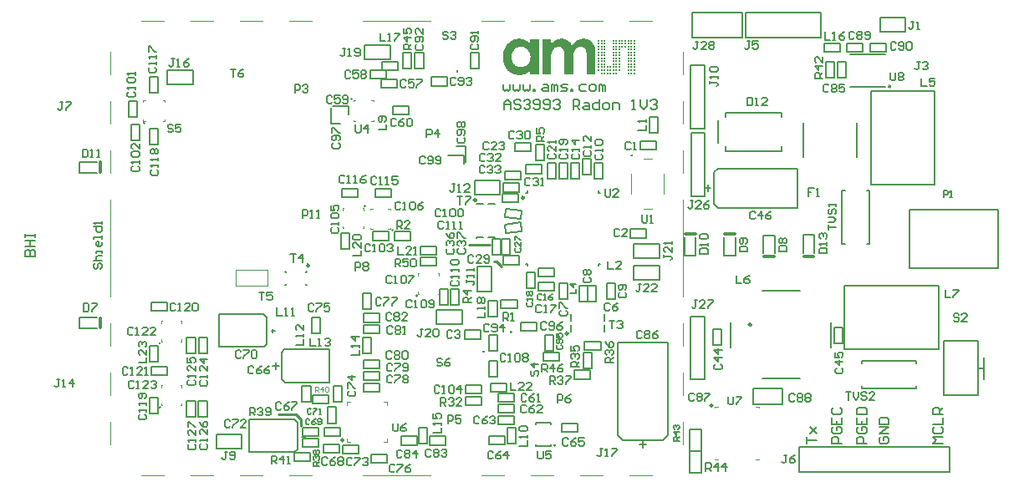
<source format=gto>
%FSLAX25Y25*%
%MOIN*%
G70*
G01*
G75*
G04 Layer_Color=65535*
%ADD10C,0.01102*%
%ADD11R,0.01969X0.01969*%
%ADD12C,0.06811*%
%ADD13R,0.02200X0.02200*%
%ADD14R,0.24016X0.12047*%
%ADD15R,0.04331X0.02559*%
%ADD16R,0.04331X0.02200*%
%ADD17R,0.02362X0.04724*%
%ADD18R,0.01882X0.01024*%
%ADD19R,0.06890X0.05709*%
%ADD20R,0.05709X0.06890*%
%ADD21R,0.20866X0.07874*%
%ADD22R,0.08858X0.08465*%
%ADD23R,0.03200X0.03800*%
%ADD24R,0.06000X0.12000*%
%ADD25R,0.18000X0.10000*%
%ADD26R,0.03800X0.03200*%
%ADD27R,0.02874X0.01181*%
%ADD28R,0.01181X0.02874*%
%ADD29R,0.01181X0.03268*%
%ADD30R,0.03268X0.01181*%
%ADD31R,0.12047X0.24016*%
%ADD32R,0.09685X0.03110*%
%ADD33R,0.13000X0.07874*%
%ADD34R,0.04803X0.02441*%
%ADD35R,0.01870X0.00984*%
%ADD36R,0.00984X0.01870*%
%ADD37R,0.04331X0.04331*%
%ADD38R,0.02559X0.04331*%
%ADD39R,0.02047X0.04331*%
%ADD40R,0.03937X0.01378*%
%ADD41R,0.01378X0.03937*%
%ADD42R,0.02402X0.04902*%
%ADD43R,0.04095X0.07087*%
%ADD44R,0.04331X0.05512*%
%ADD45R,0.02165X0.01181*%
%ADD46R,0.02953X0.01181*%
%ADD47R,0.01181X0.02165*%
%ADD48R,0.01181X0.02953*%
%ADD49R,0.20630X0.20630*%
%ADD50R,0.02079X0.01024*%
%ADD51R,0.01024X0.02079*%
%ADD52R,0.10630X0.10630*%
%ADD53R,0.04134X0.01772*%
%ADD54R,0.11575X0.14094*%
%ADD55R,0.06890X0.06890*%
%ADD56O,0.02362X0.01181*%
%ADD57R,0.10000X0.14000*%
%ADD58R,0.02441X0.04803*%
%ADD59R,0.10236X0.03937*%
%ADD60R,0.03937X0.10236*%
%ADD61R,0.12992X0.12992*%
%ADD62R,0.07874X0.09843*%
%ADD63R,0.07874X0.07874*%
%ADD64R,0.02756X0.02165*%
%ADD65R,0.10433X0.03150*%
%ADD66R,0.02165X0.02165*%
%ADD67R,0.02165X0.02756*%
%ADD68R,0.03150X0.10433*%
%ADD69R,0.02165X0.02165*%
%ADD70R,0.02756X0.01181*%
%ADD71R,0.02200X0.01575*%
%ADD72R,0.01575X0.02200*%
G04:AMPARAMS|DCode=73|XSize=22mil|YSize=15.75mil|CornerRadius=0mil|HoleSize=0mil|Usage=FLASHONLY|Rotation=83.000|XOffset=0mil|YOffset=0mil|HoleType=Round|Shape=Rectangle|*
%AMROTATEDRECTD73*
4,1,4,0.00648,-0.01188,-0.00916,-0.00996,-0.00648,0.01188,0.00916,0.00996,0.00648,-0.01188,0.0*
%
%ADD73ROTATEDRECTD73*%

G04:AMPARAMS|DCode=74|XSize=22mil|YSize=15.75mil|CornerRadius=0mil|HoleSize=0mil|Usage=FLASHONLY|Rotation=97.000|XOffset=0mil|YOffset=0mil|HoleType=Round|Shape=Rectangle|*
%AMROTATEDRECTD74*
4,1,4,0.00916,-0.00996,-0.00648,-0.01188,-0.00916,0.00996,0.00648,0.01188,0.00916,-0.00996,0.0*
%
%ADD74ROTATEDRECTD74*%

%ADD75R,0.01969X0.03543*%
%ADD76R,0.03543X0.01969*%
%ADD77R,0.01969X0.03347*%
%ADD78R,0.03347X0.01969*%
%ADD79R,0.06496X0.06496*%
%ADD80R,0.05906X0.05906*%
%ADD81R,0.05906X0.05906*%
%ADD82R,0.07874X0.31496*%
%ADD83C,0.01400*%
%ADD84C,0.01000*%
%ADD85C,0.07000*%
%ADD86C,0.02400*%
%ADD87C,0.01575*%
%ADD88C,0.01100*%
%ADD89C,0.07874*%
%ADD90C,0.02362*%
%ADD91C,0.09000*%
%ADD92C,0.02000*%
%ADD93C,0.02047*%
%ADD94C,0.01600*%
%ADD95C,0.01969*%
%ADD96C,0.01200*%
%ADD97C,0.05000*%
%ADD98C,0.03500*%
%ADD99C,0.02200*%
%ADD100C,0.00984*%
%ADD101R,0.12835X0.09900*%
%ADD102R,0.11900X0.24400*%
%ADD103R,0.10700X0.08011*%
%ADD104R,0.10800X0.14300*%
%ADD105R,0.14525X0.03200*%
%ADD106R,0.18522X0.03500*%
%ADD107R,0.00433X0.01700*%
%ADD108R,0.10800X0.20947*%
%ADD109R,0.12402X0.23701*%
%ADD110R,0.09900X0.12520*%
%ADD111R,0.13976X0.55984*%
%ADD112R,0.35039X0.34961*%
%ADD113C,0.06299*%
%ADD114R,0.06299X0.06299*%
%ADD115R,0.03937X0.03937*%
%ADD116C,0.03937*%
%ADD117R,0.03937X0.03937*%
%ADD118C,0.01400*%
%ADD119C,0.01200*%
%ADD120C,0.01800*%
%ADD121C,0.02000*%
%ADD122C,0.04000*%
%ADD123C,0.01969*%
%ADD124C,0.02598*%
%ADD125C,0.00787*%
%ADD126C,0.01000*%
%ADD127C,0.02500*%
%ADD128C,0.02362*%
%ADD129C,0.14961*%
%ADD130C,0.03000*%
%ADD131R,0.11900X0.14889*%
%ADD132C,0.06000*%
%ADD133R,0.01200X0.02200*%
%ADD134R,0.09843X0.05906*%
%ADD135R,0.05906X0.09843*%
%ADD136R,0.04921X0.01575*%
%ADD137R,0.04921X0.01575*%
%ADD138R,0.08661X0.05512*%
%ADD139R,0.26772X0.26772*%
%ADD140R,0.01378X0.03150*%
%ADD141R,0.03150X0.01378*%
%ADD142R,0.03543X0.01575*%
%ADD143R,0.01969X0.01969*%
%ADD144R,0.05118X0.03347*%
%ADD145C,0.00900*%
%ADD146C,0.02500*%
%ADD147R,0.01850X0.03340*%
%ADD148R,0.05908X0.03435*%
%ADD149R,0.09900X0.13110*%
%ADD150C,0.00394*%
%ADD151C,0.00827*%
%ADD152C,0.00800*%
%ADD153C,0.00787*%
%ADD154C,0.00315*%
%ADD155C,0.00591*%
%ADD156C,0.00787*%
%ADD157C,0.00394*%
%ADD158C,0.00400*%
%ADD159C,0.01378*%
%ADD160C,0.00600*%
G36*
X228470Y180771D02*
X228830Y180711D01*
X229250Y180621D01*
X229670Y180501D01*
X230120Y180351D01*
X230540Y180111D01*
X230600Y180081D01*
X230720Y179991D01*
X230930Y179841D01*
X231170Y179631D01*
X231439Y179361D01*
X231709Y179061D01*
X231949Y178702D01*
X232159Y178312D01*
X232189Y178252D01*
X232249Y178102D01*
X232309Y177832D01*
X232429Y177442D01*
X232519Y176932D01*
X232549Y176662D01*
X232579Y176332D01*
X232609Y175972D01*
X232639Y175583D01*
X232669Y175163D01*
Y174713D01*
Y166646D01*
X229220D01*
Y173603D01*
Y173633D01*
Y173693D01*
Y173813D01*
Y173993D01*
X229190Y174173D01*
Y174383D01*
X229160Y174893D01*
X229070Y175403D01*
X228980Y175943D01*
X228830Y176392D01*
X228740Y176602D01*
X228620Y176782D01*
X228590Y176812D01*
X228500Y176902D01*
X228380Y177052D01*
X228170Y177202D01*
X227931Y177352D01*
X227601Y177502D01*
X227241Y177592D01*
X226821Y177622D01*
X226671D01*
X226491Y177592D01*
X226281Y177562D01*
X226041Y177502D01*
X225771Y177412D01*
X225471Y177292D01*
X225202Y177112D01*
X225171Y177082D01*
X225081Y177022D01*
X224962Y176902D01*
X224812Y176752D01*
X224632Y176542D01*
X224482Y176302D01*
X224302Y176032D01*
X224152Y175703D01*
Y175673D01*
X224092Y175523D01*
X224062Y175313D01*
X224002Y175013D01*
X223942Y174623D01*
X223882Y174113D01*
X223852Y173543D01*
X223822Y172854D01*
Y166646D01*
X220373D01*
Y173303D01*
Y173333D01*
Y173393D01*
Y173483D01*
Y173603D01*
Y173933D01*
X220343Y174323D01*
X220313Y174773D01*
X220253Y175193D01*
X220163Y175613D01*
X220073Y175972D01*
Y176003D01*
X220013Y176122D01*
X219953Y176272D01*
X219863Y176452D01*
X219593Y176842D01*
X219443Y177052D01*
X219233Y177202D01*
X219203Y177232D01*
X219144Y177262D01*
X219024Y177322D01*
X218874Y177412D01*
X218664Y177502D01*
X218454Y177562D01*
X218184Y177592D01*
X217914Y177622D01*
X217764D01*
X217614Y177592D01*
X217404Y177562D01*
X217134Y177502D01*
X216864Y177382D01*
X216594Y177262D01*
X216324Y177082D01*
X216295Y177052D01*
X216205Y176992D01*
X216085Y176872D01*
X215935Y176722D01*
X215755Y176512D01*
X215605Y176272D01*
X215425Y175972D01*
X215275Y175643D01*
Y175613D01*
X215215Y175463D01*
X215185Y175253D01*
X215125Y174953D01*
X215065Y174533D01*
X215005Y174053D01*
X214975Y173453D01*
X214945Y172764D01*
Y166646D01*
X211496D01*
Y180441D01*
X214945D01*
Y178822D01*
X214975Y178852D01*
X215095Y178972D01*
X215275Y179151D01*
X215515Y179391D01*
X215815Y179601D01*
X216144Y179871D01*
X216504Y180081D01*
X216894Y180291D01*
X216954Y180321D01*
X217074Y180381D01*
X217314Y180441D01*
X217614Y180561D01*
X217974Y180651D01*
X218364Y180711D01*
X218814Y180771D01*
X219293Y180801D01*
X219503D01*
X219743Y180771D01*
X220073Y180711D01*
X220433Y180651D01*
X220823Y180531D01*
X221213Y180351D01*
X221603Y180141D01*
X221663Y180111D01*
X221783Y180021D01*
X221963Y179871D01*
X222202Y179661D01*
X222472Y179421D01*
X222772Y179092D01*
X223042Y178702D01*
X223312Y178282D01*
X223342Y178342D01*
X223462Y178492D01*
X223642Y178702D01*
X223882Y178972D01*
X224152Y179271D01*
X224512Y179571D01*
X224902Y179871D01*
X225322Y180141D01*
X225381Y180171D01*
X225531Y180231D01*
X225771Y180351D01*
X226101Y180471D01*
X226491Y180591D01*
X226941Y180711D01*
X227421Y180771D01*
X227961Y180801D01*
X228201D01*
X228470Y180771D01*
D02*
G37*
G36*
X202706D02*
X203006Y180741D01*
X203365Y180681D01*
X203755Y180591D01*
X204145Y180471D01*
X204565Y180321D01*
X204625Y180291D01*
X204745Y180231D01*
X204955Y180111D01*
X205255Y179961D01*
X205555Y179781D01*
X205915Y179511D01*
X206275Y179242D01*
X206634Y178912D01*
Y180441D01*
X210083D01*
Y166646D01*
X206634D01*
Y168085D01*
X206604Y168055D01*
X206454Y167935D01*
X206244Y167755D01*
X206005Y167545D01*
X205675Y167335D01*
X205345Y167095D01*
X204955Y166886D01*
X204565Y166706D01*
X204505Y166676D01*
X204385Y166646D01*
X204175Y166586D01*
X203905Y166496D01*
X203575Y166406D01*
X203186Y166346D01*
X202796Y166316D01*
X202346Y166286D01*
X202076D01*
X201896Y166316D01*
X201656Y166346D01*
X201386Y166406D01*
X201086Y166466D01*
X200756Y166556D01*
X200396Y166646D01*
X200037Y166796D01*
X199647Y166946D01*
X199257Y167156D01*
X198837Y167395D01*
X198447Y167665D01*
X198057Y167995D01*
X197697Y168355D01*
X197667Y168385D01*
X197607Y168445D01*
X197518Y168565D01*
X197397Y168715D01*
X197248Y168925D01*
X197068Y169165D01*
X196918Y169465D01*
X196738Y169765D01*
X196528Y170124D01*
X196378Y170514D01*
X196198Y170934D01*
X196048Y171414D01*
X195928Y171894D01*
X195838Y172404D01*
X195778Y172944D01*
X195748Y173513D01*
Y173543D01*
Y173663D01*
Y173813D01*
X195778Y174053D01*
X195808Y174323D01*
X195838Y174623D01*
X195898Y174983D01*
X195988Y175373D01*
X196198Y176182D01*
X196378Y176632D01*
X196558Y177052D01*
X196768Y177502D01*
X197008Y177922D01*
X197308Y178342D01*
X197637Y178732D01*
X197667Y178762D01*
X197727Y178822D01*
X197817Y178912D01*
X197967Y179061D01*
X198147Y179211D01*
X198387Y179391D01*
X198627Y179571D01*
X198927Y179781D01*
X199257Y179961D01*
X199587Y180141D01*
X200396Y180471D01*
X200816Y180621D01*
X201266Y180711D01*
X201746Y180771D01*
X202256Y180801D01*
X202466D01*
X202706Y180771D01*
D02*
G37*
%LPC*%
G36*
X202946Y177622D02*
X202796D01*
X202676Y177592D01*
X202376Y177562D01*
X202016Y177472D01*
X201566Y177352D01*
X201116Y177142D01*
X200666Y176872D01*
X200247Y176482D01*
X200217Y176422D01*
X200097Y176272D01*
X199917Y176032D01*
X199737Y175703D01*
X199527Y175253D01*
X199377Y174773D01*
X199257Y174173D01*
X199197Y173543D01*
Y173513D01*
Y173453D01*
Y173363D01*
X199227Y173243D01*
X199257Y172914D01*
X199347Y172524D01*
X199467Y172044D01*
X199647Y171564D01*
X199917Y171054D01*
X200276Y170604D01*
X200337Y170544D01*
X200457Y170424D01*
X200696Y170245D01*
X201026Y170035D01*
X201416Y169825D01*
X201866Y169645D01*
X202376Y169525D01*
X202946Y169465D01*
X203096D01*
X203216Y169495D01*
X203516Y169525D01*
X203905Y169615D01*
X204325Y169735D01*
X204805Y169945D01*
X205255Y170214D01*
X205675Y170574D01*
X205735Y170634D01*
X205855Y170784D01*
X206035Y171024D01*
X206244Y171384D01*
X206424Y171804D01*
X206604Y172314D01*
X206724Y172914D01*
X206784Y173573D01*
Y173603D01*
Y173663D01*
Y173753D01*
X206754Y173873D01*
X206724Y174203D01*
X206634Y174623D01*
X206514Y175073D01*
X206305Y175553D01*
X206035Y176032D01*
X205675Y176482D01*
X205615Y176542D01*
X205495Y176662D01*
X205255Y176842D01*
X204925Y177052D01*
X204535Y177262D01*
X204055Y177442D01*
X203545Y177562D01*
X202946Y177622D01*
D02*
G37*
%LPD*%
D84*
X247184Y134177D02*
G03*
X247184Y134177I-100J0D01*
G01*
X193347Y91732D02*
X195276Y89803D01*
X192362Y91732D02*
X193347D01*
X115354Y26378D02*
Y28780D01*
X113189Y30945D02*
X115354Y28780D01*
X106220Y30945D02*
X113189D01*
X182205Y98701D02*
X190669D01*
D100*
X185158Y116378D02*
G03*
X185158Y116378I-492J0D01*
G01*
X177610Y167669D02*
G03*
X177610Y167655I492J-15D01*
G01*
X198954Y63689D02*
G03*
X198954Y63704I-492J15D01*
G01*
X221780Y63141D02*
G03*
X221780Y63141I-492J0D01*
G01*
X118508Y90265D02*
G03*
X118508Y90265I-492J0D01*
G01*
X204222Y117361D02*
G03*
X204222Y117361I-492J0D01*
G01*
X132272Y20590D02*
G03*
X132272Y20590I-492J0D01*
G01*
X279408Y34440D02*
G03*
X279408Y34440I-492J0D01*
G01*
X350232Y161760D02*
G03*
X350232Y161760I-308J0D01*
G01*
X294803Y66654D02*
G03*
X294803Y66654I-492J0D01*
G01*
X188063Y55840D02*
G03*
X188078Y55839I15J492D01*
G01*
X216416Y18488D02*
G03*
X216416Y18473I492J-15D01*
G01*
D150*
X135767Y156740D02*
G03*
X135767Y156740I-394J0D01*
G01*
X141056Y114004D02*
G03*
X141056Y114004I-394J0D01*
G01*
X152160Y104321D02*
G03*
X152160Y104321I-394J0D01*
G01*
X161776Y78217D02*
G03*
X161776Y78217I-394J0D01*
G01*
X59368Y59224D02*
G03*
X59368Y59224I-394J0D01*
G01*
Y33681D02*
G03*
X59368Y33681I-394J0D01*
G01*
X52987Y147109D02*
G03*
X52987Y147109I-394J0D01*
G01*
X133508Y19773D02*
Y21073D01*
Y19773D02*
X134866D01*
X148216Y19765D02*
X149516D01*
Y21123D01*
X133516Y35781D02*
X134816D01*
X133516Y34423D02*
Y35781D01*
X149524Y34473D02*
Y35773D01*
X148166D02*
X149524D01*
X296666Y33848D02*
X298024D01*
Y33548D02*
Y33848D01*
X280208Y33548D02*
Y33848D01*
X281566D01*
X298024Y12748D02*
Y13048D01*
X296666Y12748D02*
X298024D01*
X280208D02*
Y13048D01*
Y12748D02*
X281566D01*
X121063Y39764D02*
Y41732D01*
X122047D01*
X122375Y41404D01*
Y40748D01*
X122047Y40420D01*
X121063D01*
X121719D02*
X122375Y39764D01*
X124015D02*
Y41732D01*
X123031Y40748D01*
X124343D01*
X124999Y41404D02*
X125327Y41732D01*
X125983D01*
X126311Y41404D01*
Y40092D01*
X125983Y39764D01*
X125327D01*
X124999Y40092D01*
Y41404D01*
D151*
X233937Y176488D02*
D03*
Y175307D02*
D03*
Y174126D02*
D03*
Y170583D02*
D03*
Y171764D02*
D03*
Y172945D02*
D03*
Y168220D02*
D03*
Y169402D02*
D03*
Y177669D02*
D03*
Y178850D02*
D03*
Y180032D02*
D03*
X235118D02*
D03*
Y178850D02*
D03*
Y177669D02*
D03*
Y169402D02*
D03*
Y168220D02*
D03*
Y167039D02*
D03*
Y172945D02*
D03*
Y171764D02*
D03*
Y170583D02*
D03*
Y174126D02*
D03*
Y175307D02*
D03*
Y176488D02*
D03*
X236299Y180032D02*
D03*
Y178850D02*
D03*
Y177669D02*
D03*
Y169402D02*
D03*
Y168220D02*
D03*
Y167039D02*
D03*
Y172945D02*
D03*
Y171764D02*
D03*
Y170583D02*
D03*
Y174126D02*
D03*
Y175307D02*
D03*
Y176488D02*
D03*
X237480Y169402D02*
D03*
Y168220D02*
D03*
Y167039D02*
D03*
X238661Y169402D02*
D03*
Y168220D02*
D03*
Y167039D02*
D03*
X239843Y180032D02*
D03*
Y178850D02*
D03*
Y177669D02*
D03*
Y169402D02*
D03*
Y168220D02*
D03*
Y167039D02*
D03*
Y172945D02*
D03*
Y171764D02*
D03*
Y170583D02*
D03*
Y174126D02*
D03*
Y175307D02*
D03*
Y176488D02*
D03*
X241024Y180032D02*
D03*
Y178850D02*
D03*
Y177669D02*
D03*
Y169402D02*
D03*
Y168220D02*
D03*
Y167039D02*
D03*
Y172945D02*
D03*
Y171764D02*
D03*
Y170583D02*
D03*
Y174126D02*
D03*
Y175307D02*
D03*
Y176488D02*
D03*
X242205Y180032D02*
D03*
Y178850D02*
D03*
Y177669D02*
D03*
Y169402D02*
D03*
Y168220D02*
D03*
Y172945D02*
D03*
Y171764D02*
D03*
Y170583D02*
D03*
Y174126D02*
D03*
Y175307D02*
D03*
Y176488D02*
D03*
X243386Y180032D02*
D03*
Y178850D02*
D03*
Y177669D02*
D03*
X244567Y180032D02*
D03*
Y178850D02*
D03*
Y177669D02*
D03*
X245748Y180032D02*
D03*
Y178850D02*
D03*
Y177669D02*
D03*
Y169402D02*
D03*
Y168220D02*
D03*
Y167039D02*
D03*
Y172945D02*
D03*
Y171764D02*
D03*
Y170583D02*
D03*
Y174126D02*
D03*
Y175307D02*
D03*
Y176488D02*
D03*
X246929Y180032D02*
D03*
Y178850D02*
D03*
Y177669D02*
D03*
Y169402D02*
D03*
Y168220D02*
D03*
Y167039D02*
D03*
Y172945D02*
D03*
Y171764D02*
D03*
Y170583D02*
D03*
Y174126D02*
D03*
Y175307D02*
D03*
Y176488D02*
D03*
X248110Y180032D02*
D03*
Y178850D02*
D03*
Y177669D02*
D03*
Y169402D02*
D03*
Y168220D02*
D03*
Y167039D02*
D03*
Y172945D02*
D03*
Y171764D02*
D03*
Y170583D02*
D03*
Y174126D02*
D03*
Y175307D02*
D03*
Y176488D02*
D03*
D152*
X270154Y24779D02*
X274878D01*
Y16117D02*
Y24779D01*
X270154Y16117D02*
X274878D01*
X270154D02*
Y24779D01*
X342654Y122402D02*
Y159802D01*
Y122402D02*
X368054D01*
Y159802D01*
X342654D02*
X368054D01*
X314022Y7861D02*
Y17861D01*
X374022Y7861D02*
Y17861D01*
X314022D02*
X374022D01*
X314022Y7861D02*
X374022D01*
X105172Y49011D02*
Y51511D01*
X103922Y50261D02*
X106422D01*
X103922D02*
X106422D01*
X103922D02*
X106422D01*
X116122Y43661D02*
X126722D01*
Y56861D01*
X114722D02*
X126722D01*
X108922Y43661D02*
X117122D01*
X107522Y45061D02*
X108922Y43661D01*
X107522Y45061D02*
Y55661D01*
X108722Y56861D01*
X114922D01*
X103922Y50261D02*
X106422D01*
X104072Y63661D02*
Y64861D01*
X82522Y70961D02*
X93122D01*
X82522Y57761D02*
Y70961D01*
Y57761D02*
X94522D01*
X92122Y70961D02*
X100322D01*
X101722Y69561D01*
Y58961D02*
Y69561D01*
X100522Y57761D02*
X101722Y58961D01*
X94322Y57761D02*
X100522D01*
X103422Y64361D02*
X104822D01*
X94622Y29061D02*
X105222D01*
X94622Y15861D02*
Y29061D01*
Y15861D02*
X106622D01*
X104222Y29061D02*
X112422D01*
X113822Y27661D01*
Y17061D02*
Y27661D01*
X112622Y15861D02*
X113822Y17061D01*
X106422Y15861D02*
X112622D01*
X115422Y21761D02*
X116922D01*
X116172Y21211D02*
Y22361D01*
X250272Y18911D02*
X252772D01*
X251522Y17661D02*
Y20161D01*
Y17661D02*
Y20161D01*
X241522Y22661D02*
Y40661D01*
Y22661D02*
X243522Y20661D01*
X259522D01*
X261522Y22661D01*
Y35661D01*
X241522Y40661D02*
Y59661D01*
X261522D01*
Y35661D02*
Y59661D01*
X307172Y35011D02*
Y41310D01*
X295672Y35011D02*
X307172D01*
X295672D02*
Y41310D01*
X307172D01*
X332009Y56828D02*
Y82228D01*
X369409D01*
Y56828D02*
Y82228D01*
X332009Y56828D02*
X369409D01*
X292722Y191161D02*
X322722D01*
Y181161D02*
Y191161D01*
X292722Y181161D02*
X322722D01*
X292722D02*
Y191161D01*
X270154Y16179D02*
X274878D01*
Y7518D02*
Y16179D01*
X270154Y7518D02*
X274878D01*
X270154D02*
Y16179D01*
X281505Y113381D02*
X295405D01*
X279955Y114931D02*
X281505Y113381D01*
X279955Y114931D02*
Y127431D01*
X281505Y128981D01*
X295205D01*
X313205D01*
Y113381D02*
Y128981D01*
X295405Y113381D02*
X313205D01*
X276205Y121181D02*
X278705D01*
X277455Y119931D02*
Y122431D01*
X184500Y118600D02*
Y124200D01*
X194700Y118600D02*
Y124200D01*
X184500Y118600D02*
X194700D01*
X184500Y124200D02*
X194700D01*
X356322Y183661D02*
Y189261D01*
X346122Y183661D02*
Y189261D01*
X356322D01*
X346122Y183661D02*
X356322D01*
X271378Y181142D02*
X291378D01*
X271378Y191142D02*
X291378D01*
X271378Y181142D02*
Y191142D01*
X291378Y181142D02*
Y191142D01*
X247900Y84600D02*
X258100D01*
X247900Y90200D02*
X258100D01*
X247900Y84600D02*
Y90200D01*
X258100Y84600D02*
Y90200D01*
X247900Y93200D02*
X258100D01*
X247900Y98800D02*
X258100D01*
X247900Y93200D02*
Y98800D01*
X258100Y93200D02*
Y98800D01*
X169211Y72485D02*
X179411D01*
X169211Y66885D02*
X179411D01*
Y72485D01*
X169211Y66885D02*
Y72485D01*
X140700Y178100D02*
X150900D01*
X140700Y172500D02*
X150900D01*
Y178100D01*
X140700Y172500D02*
Y178100D01*
X62046Y162712D02*
X72246D01*
X62046Y168312D02*
X72246D01*
X62046Y162712D02*
Y168312D01*
X72246Y162712D02*
Y168312D01*
X191200Y79820D02*
Y90020D01*
X185600Y79820D02*
Y90020D01*
Y79820D02*
X191200D01*
X185600Y90020D02*
X191200D01*
X81522Y22961D02*
X91722D01*
X81522Y17361D02*
X91722D01*
Y22961D01*
X81522Y17361D02*
Y22961D01*
X270716Y70061D02*
X276316D01*
X270716Y44961D02*
X276316D01*
X270716D02*
Y70061D01*
X276316Y44961D02*
Y70061D01*
X270783Y143091D02*
X276383D01*
X270783Y117991D02*
X276383D01*
X270783D02*
Y143091D01*
X276383Y117991D02*
Y143091D01*
X270665Y170091D02*
X276265D01*
X270665Y144991D02*
X276265D01*
X270665D02*
Y170091D01*
X276265Y144991D02*
Y170091D01*
X198593Y94511D02*
Y100849D01*
X195207D02*
X198593D01*
X195207Y94511D02*
Y100849D01*
Y94511D02*
X198593D01*
X193952Y35807D02*
X200291D01*
Y39193D01*
X193952D02*
X200291D01*
X193952Y35807D02*
Y39193D01*
Y30393D02*
X200291D01*
X193952Y27007D02*
Y30393D01*
Y27007D02*
X200291D01*
Y30393D01*
X190147Y18730D02*
X196485D01*
Y22116D01*
X190147D02*
X196485D01*
X190147Y18730D02*
Y22116D01*
X219231Y23839D02*
X225569D01*
Y27225D01*
X219231D02*
X225569D01*
X219231Y23839D02*
Y27225D01*
X115729Y35791D02*
Y42130D01*
Y35791D02*
X119115D01*
Y42130D01*
X115729D02*
X119115D01*
X124131Y19043D02*
X130469D01*
X124131Y15657D02*
Y19043D01*
Y15657D02*
X130469D01*
Y19043D01*
X131931Y15107D02*
X138269D01*
Y18493D01*
X131931D02*
X138269D01*
X131931Y15107D02*
Y18493D01*
X128129Y35791D02*
Y42130D01*
Y35791D02*
X131515D01*
Y42130D01*
X128129D02*
X131515D01*
X119423Y63104D02*
Y69442D01*
Y63104D02*
X122809D01*
Y69442D01*
X119423D02*
X122809D01*
X143353Y11468D02*
X149691D01*
Y14854D01*
X143353D02*
X149691D01*
X143353Y11468D02*
Y14854D01*
X140347Y39868D02*
X146685D01*
Y43254D01*
X140347D02*
X146685D01*
X140347Y39868D02*
Y43254D01*
Y44593D02*
X146685D01*
Y47979D01*
X140347D02*
X146685D01*
X140347Y44593D02*
Y47979D01*
Y49293D02*
X146685D01*
Y52679D01*
X140347D02*
X146685D01*
X140347Y49293D02*
Y52679D01*
Y63080D02*
X146685D01*
Y66466D01*
X140347D02*
X146685D01*
X140347Y63080D02*
Y66466D01*
Y67680D02*
X146685D01*
Y71066D01*
X140347D02*
X146685D01*
X140347Y67680D02*
Y71066D01*
X155147Y18722D02*
X161485D01*
Y22108D01*
X155147D02*
X161485D01*
X155147Y18722D02*
Y22108D01*
X193647Y56221D02*
Y62560D01*
X190262D02*
X193647D01*
X190262Y56221D02*
Y62560D01*
Y56221D02*
X193647D01*
X202931Y67693D02*
X209269D01*
X202931Y64307D02*
Y67693D01*
Y64307D02*
X209269D01*
Y67693D01*
X178193Y74481D02*
Y80819D01*
X174807D02*
X178193D01*
X174807Y74481D02*
Y80819D01*
Y74481D02*
X178193D01*
X131453Y117568D02*
X137791D01*
Y120954D01*
X131453D02*
X137791D01*
X131453Y117568D02*
Y120954D01*
X77801Y55353D02*
Y61691D01*
X74415D02*
X77801D01*
X74415Y55353D02*
Y61691D01*
Y55353D02*
X77801D01*
X77780Y29933D02*
Y36272D01*
X74394D02*
X77780D01*
X74394Y29933D02*
Y36272D01*
Y29933D02*
X77780D01*
X250415Y136484D02*
X256753D01*
Y139870D01*
X250415D02*
X256753D01*
X250415Y136484D02*
Y139870D01*
X246731Y101357D02*
X253069D01*
Y104743D01*
X246731D02*
X253069D01*
X246731Y101357D02*
Y104743D01*
X180609Y61046D02*
X186947D01*
Y64432D01*
X180609D02*
X186947D01*
X180609Y61046D02*
Y64432D01*
X232925Y75804D02*
Y82143D01*
X229539D02*
X232925D01*
X229539Y75804D02*
Y82143D01*
Y75804D02*
X232925D01*
X221509Y76791D02*
Y83130D01*
X218123D02*
X221509D01*
X218123Y76791D02*
Y83130D01*
Y76791D02*
X221509D01*
X229593Y75804D02*
Y82143D01*
X226207D02*
X229593D01*
X226207Y75804D02*
Y82143D01*
Y75804D02*
X229593D01*
X237207Y76831D02*
Y83169D01*
Y76831D02*
X240593D01*
Y83169D01*
X237207D02*
X240593D01*
X232323Y125004D02*
Y131342D01*
Y125004D02*
X235709D01*
Y131342D01*
X232323D02*
X235709D01*
X227623Y126404D02*
Y132743D01*
Y126404D02*
X231009D01*
Y132743D01*
X227623D02*
X231009D01*
X222923Y125004D02*
Y131342D01*
Y125004D02*
X226309D01*
Y131342D01*
X222923D02*
X226309D01*
X209831Y89193D02*
X216169D01*
X209831Y85807D02*
Y89193D01*
Y85807D02*
X216169D01*
Y89193D01*
X209853Y83554D02*
X216191D01*
X209853Y80168D02*
Y83554D01*
Y80168D02*
X216191D01*
Y83554D01*
X208509Y81204D02*
Y87542D01*
X205123D02*
X208509D01*
X205123Y81204D02*
Y87542D01*
Y81204D02*
X208509D01*
X218223Y125004D02*
Y131342D01*
Y125004D02*
X221609D01*
Y131342D01*
X218223D02*
X221609D01*
X213523Y125004D02*
Y131342D01*
Y125004D02*
X216909D01*
Y131342D01*
X213523D02*
X216909D01*
X196581Y124607D02*
X202919D01*
Y127993D01*
X196581D02*
X202919D01*
X196581Y124607D02*
Y127993D01*
X200431Y135780D02*
X206769D01*
Y139166D01*
X200431D02*
X206769D01*
X200431Y135780D02*
Y139166D01*
X204747Y127012D02*
X211085D01*
Y130398D01*
X204747D02*
X211085D01*
X204747Y127012D02*
Y130398D01*
X195747Y119680D02*
X202085D01*
Y123066D01*
X195747D02*
X202085D01*
X195747Y119680D02*
Y123066D01*
X195731Y115407D02*
X202069D01*
Y118793D01*
X195731D02*
X202069D01*
X195731Y115407D02*
Y118793D01*
X194873Y94511D02*
Y100849D01*
X191487D02*
X194873D01*
X191487Y94511D02*
Y100849D01*
Y94511D02*
X194873D01*
X283032Y58642D02*
Y64980D01*
X279646D02*
X283032D01*
X279646Y58642D02*
Y64980D01*
Y58642D02*
X283032D01*
X331299Y59390D02*
Y65728D01*
X327913D02*
X331299D01*
X327913Y59390D02*
Y65728D01*
Y59390D02*
X331299D01*
X147131Y164493D02*
X153469D01*
X147131Y161107D02*
Y164493D01*
Y161107D02*
X153469D01*
Y164493D01*
X143031Y164807D02*
X149369D01*
Y168193D01*
X143031D02*
X149369D01*
X143031Y164807D02*
Y168193D01*
X128014Y153793D02*
X134353D01*
Y150407D02*
Y153793D01*
X151919D02*
X158258D01*
X151919Y150407D02*
Y153793D01*
Y150407D02*
X158258D01*
Y153793D01*
X193952Y31407D02*
X200291D01*
Y34793D01*
X193952D02*
X200291D01*
X193952Y31407D02*
Y34793D01*
X143209Y72904D02*
Y79242D01*
X139823D02*
X143209D01*
X139823Y72904D02*
Y79242D01*
Y72904D02*
X143209D01*
X166447Y22108D02*
X172785D01*
X166447Y18722D02*
Y22108D01*
Y18722D02*
X172785D01*
Y22108D01*
X329223Y165304D02*
Y171642D01*
Y165304D02*
X332609D01*
Y171642D01*
X329223D02*
X332609D01*
X332747Y178966D02*
X339085D01*
X332747Y175580D02*
Y178966D01*
Y175580D02*
X339085D01*
Y178966D01*
X342247Y175580D02*
X348585D01*
Y178966D01*
X342247D02*
X348585D01*
X342247Y175580D02*
Y178966D01*
X182917Y168785D02*
Y175124D01*
Y168785D02*
X186302D01*
Y175124D01*
X182917D02*
X186302D01*
X164102Y168785D02*
Y175124D01*
X160717D02*
X164102D01*
X160717Y168785D02*
Y175124D01*
Y168785D02*
X164102D01*
X167290Y162062D02*
X173629D01*
Y165447D01*
X167290D02*
X173629D01*
X167290Y162062D02*
Y165447D01*
X127385Y146834D02*
Y153173D01*
Y146834D02*
X130771D01*
X180754Y131464D02*
Y137803D01*
X177368D02*
X180754D01*
X197061Y112933D02*
X203352Y112160D01*
X196648Y109572D02*
X197061Y112933D01*
X196648Y109572D02*
X202939Y108800D01*
X203352Y112160D01*
X46629Y149591D02*
Y155930D01*
Y149591D02*
X50015D01*
Y155930D01*
X46629D02*
X50015D01*
X51015Y140191D02*
Y146530D01*
X47629D02*
X51015D01*
X47629Y140191D02*
Y146530D01*
Y140191D02*
X51015D01*
X143901Y100368D02*
X150239D01*
Y103754D01*
X143901D02*
X150239D01*
X143901Y100368D02*
Y103754D01*
X180909Y42532D02*
X187247D01*
X180909Y39146D02*
Y42532D01*
Y39146D02*
X187247D01*
Y42532D01*
X193471Y45870D02*
Y52209D01*
X190085D02*
X193471D01*
X190085Y45870D02*
Y52209D01*
Y45870D02*
X193471D01*
X174043Y74481D02*
Y80819D01*
X170657D02*
X174043D01*
X170657Y74481D02*
Y80819D01*
Y74481D02*
X174043D01*
X196648Y106648D02*
X202939Y107421D01*
X196648Y106648D02*
X197061Y103288D01*
X203352Y104060D01*
X202939Y107421D02*
X203352Y104060D01*
X144853Y120954D02*
X151191D01*
X144853Y117568D02*
Y120954D01*
Y117568D02*
X151191D01*
Y120954D01*
X54891Y159282D02*
Y165620D01*
Y159282D02*
X58277D01*
Y165620D01*
X54891D02*
X58277D01*
X54906Y138399D02*
Y144738D01*
Y138399D02*
X58291D01*
Y144738D01*
X54906D02*
X58291D01*
Y31220D02*
Y37558D01*
X54906D02*
X58291D01*
X54906Y31220D02*
Y37558D01*
Y31220D02*
X58291D01*
X55429Y75604D02*
X61768D01*
X55429Y72219D02*
Y75604D01*
Y72219D02*
X61768D01*
Y75604D01*
X55429Y49892D02*
X61768D01*
X55429Y46506D02*
Y49892D01*
Y46506D02*
X61768D01*
Y49892D01*
X73101Y55353D02*
Y61691D01*
X69715D02*
X73101D01*
X69715Y55353D02*
Y61691D01*
Y55353D02*
X73101D01*
X73080Y29933D02*
Y36272D01*
X69694D02*
X73080D01*
X69694Y29933D02*
Y36272D01*
Y29933D02*
X73080D01*
X195053Y76454D02*
X201411D01*
X195053Y73068D02*
Y76454D01*
Y73068D02*
X201411D01*
Y76454D01*
X197523Y19294D02*
Y25652D01*
Y19294D02*
X200909D01*
Y25652D01*
X197523D02*
X200909D01*
X139823Y55104D02*
Y61462D01*
Y55104D02*
X143209D01*
Y61462D01*
X139823D02*
X143209D01*
X165693Y19221D02*
Y25579D01*
X162307D02*
X165693D01*
X162307Y19221D02*
Y25579D01*
Y19221D02*
X165693D01*
X131329Y96791D02*
Y103150D01*
Y96791D02*
X134715D01*
Y103150D01*
X131329D02*
X134715D01*
X162933Y94468D02*
X169291D01*
Y97854D01*
X162933D02*
X169291D01*
X162933Y94468D02*
Y97854D01*
X58291Y51865D02*
Y58223D01*
X54906D02*
X58291D01*
X54906Y51865D02*
Y58223D01*
Y51865D02*
X58291D01*
X231251Y49204D02*
Y55563D01*
X227865D02*
X231251D01*
X227865Y49204D02*
Y55563D01*
Y49204D02*
X231251D01*
X228385Y59830D02*
X234743D01*
X228385Y56444D02*
Y59830D01*
Y56444D02*
X234743D01*
Y59830D01*
X224361Y45054D02*
X230720D01*
Y48440D01*
X224361D02*
X230720D01*
X224361Y45054D02*
Y48440D01*
X115881Y25543D02*
X122239D01*
X115881Y22157D02*
Y25543D01*
Y22157D02*
X122239D01*
Y25543D01*
X119953Y38554D02*
X126311D01*
X119953Y35168D02*
Y38554D01*
Y35168D02*
X126311D01*
Y38554D01*
X112531Y15643D02*
X118889D01*
X112531Y12257D02*
Y15643D01*
Y12257D02*
X118889D01*
Y15643D01*
X152461Y103740D02*
X158819D01*
X152461Y100354D02*
Y103740D01*
Y100354D02*
X158819D01*
Y103740D01*
X212309Y132184D02*
Y138542D01*
X208923D02*
X212309D01*
X208923Y132184D02*
Y138542D01*
Y132184D02*
X212309D01*
X180889Y34446D02*
X187247D01*
Y37832D01*
X180889D02*
X187247D01*
X180889Y34446D02*
Y37832D01*
X327909Y165284D02*
Y171642D01*
X324523D02*
X327909D01*
X324523Y165284D02*
Y171642D01*
Y165284D02*
X327909D01*
X155917Y168785D02*
Y175144D01*
Y168785D02*
X159302D01*
Y175144D01*
X155917D02*
X159302D01*
X211811Y52307D02*
X218169D01*
Y55693D01*
X211811D02*
X218169D01*
X211811Y52307D02*
Y55693D01*
X162933Y90307D02*
X169291D01*
Y93693D01*
X162933D02*
X169291D01*
X162933Y90307D02*
Y93693D01*
X115831Y21243D02*
X122189D01*
X115831Y17857D02*
Y21243D01*
Y17857D02*
X122189D01*
Y21243D01*
X212462Y56321D02*
Y62660D01*
Y56321D02*
X215847D01*
Y62660D01*
X212462D02*
X215847D01*
X195747Y90680D02*
X202085D01*
Y94066D01*
X195747D02*
X202085D01*
X195747Y90680D02*
Y94066D01*
X257471Y143100D02*
Y149459D01*
X254085D02*
X257471D01*
X254085Y143100D02*
Y149459D01*
Y143100D02*
X257471D01*
X323933Y175568D02*
X330291D01*
Y178954D01*
X323933D02*
X330291D01*
X323933Y175568D02*
Y178954D01*
X147433Y168168D02*
X153791D01*
Y171554D01*
X147433D02*
X153791D01*
X147433Y168168D02*
Y171554D01*
X190029Y69791D02*
Y76150D01*
Y69791D02*
X193415D01*
Y76150D01*
X190029D02*
X193415D01*
X190809Y43232D02*
X197167D01*
X190809Y39846D02*
Y43232D01*
Y39846D02*
X197167D01*
Y43232D01*
X180149Y130817D02*
Y134203D01*
X173811D02*
X180149D01*
X124547Y22180D02*
X130885D01*
Y25566D01*
X124547D02*
X130885D01*
X124547Y22180D02*
Y25566D01*
X125929Y27391D02*
Y33730D01*
Y27391D02*
X129315D01*
Y33730D01*
X125929D02*
X129315D01*
D153*
X185354Y114803D02*
Y114902D01*
Y114803D02*
X188012D01*
X189784D02*
X192441D01*
Y114902D01*
Y101319D02*
Y101417D01*
X189784D02*
X192441D01*
X185354D02*
X188012D01*
X185354Y101319D02*
Y101417D01*
X236249Y63830D02*
X236347D01*
X236249D02*
Y66487D01*
Y68259D02*
Y70916D01*
X236347D01*
X222764D02*
X222863D01*
Y68259D02*
Y70916D01*
Y63830D02*
Y66487D01*
X222764Y63830D02*
X222863D01*
X108984Y88029D02*
X109082D01*
Y87537D02*
Y88029D01*
Y82517D02*
Y83009D01*
X108984Y82517D02*
X109082D01*
X117350D02*
X117448D01*
X117350D02*
Y83009D01*
Y87537D02*
Y88029D01*
X117448D01*
X204755Y91000D02*
X205543D01*
Y90213D02*
Y91000D01*
X204755Y119346D02*
X205543D01*
Y120134D01*
X233889Y119346D02*
Y120134D01*
Y119346D02*
X234677D01*
X233889Y91000D02*
X234677D01*
X233889Y90213D02*
Y91000D01*
X334316Y174560D02*
X348095D01*
X334316Y161560D02*
X348095D01*
X326614Y57717D02*
Y67716D01*
X299114Y80216D02*
X314220D01*
X299114Y45217D02*
X314114D01*
X286614Y57717D02*
Y67716D01*
X357756Y89095D02*
Y112677D01*
X393386Y89095D02*
Y112677D01*
X357756Y89095D02*
X393386D01*
X357756Y112677D02*
X393386D01*
X211916Y27673D02*
X215016D01*
Y26943D02*
Y27673D01*
X208816D02*
X211916D01*
X208816Y26943D02*
Y27673D01*
X211916Y18273D02*
X215016D01*
Y19004D01*
X208816Y18273D02*
Y19004D01*
Y18273D02*
X211916D01*
X26777Y65117D02*
X34061D01*
X26777Y69645D02*
X34061D01*
X26777Y65117D02*
Y69645D01*
Y127197D02*
X34061D01*
X26777Y131725D02*
X34061D01*
X26777Y127197D02*
Y131725D01*
X299698Y95076D02*
Y102359D01*
X304226Y95076D02*
Y102359D01*
X299698D02*
X304226D01*
X288478Y94287D02*
Y101570D01*
X283950Y94287D02*
Y101570D01*
Y94287D02*
X288478D01*
X272730D02*
Y101570D01*
X268202Y94287D02*
Y101570D01*
Y94287D02*
X272730D01*
X315446Y95271D02*
Y102554D01*
X319974Y95271D02*
Y102554D01*
X315446D02*
X319974D01*
X19068Y44916D02*
X18018D01*
X18543D01*
Y42292D01*
X18018Y41768D01*
X17493D01*
X16969Y42292D01*
X20117Y41768D02*
X21167D01*
X20642D01*
Y44916D01*
X20117Y44392D01*
X24315Y41768D02*
Y44916D01*
X22741Y43342D01*
X24840D01*
X20367Y155507D02*
X19317D01*
X19842D01*
Y152883D01*
X19317Y152358D01*
X18792D01*
X18268Y152883D01*
X21416Y155507D02*
X23515D01*
Y154982D01*
X21416Y152883D01*
Y152358D01*
X155549Y16184D02*
X155024Y16709D01*
X153975D01*
X153450Y16184D01*
Y14085D01*
X153975Y13560D01*
X155024D01*
X155549Y14085D01*
X156599Y16184D02*
X157123Y16709D01*
X158173D01*
X158698Y16184D01*
Y15659D01*
X158173Y15134D01*
X158698Y14609D01*
Y14085D01*
X158173Y13560D01*
X157123D01*
X156599Y14085D01*
Y14609D01*
X157123Y15134D01*
X156599Y15659D01*
Y16184D01*
X157123Y15134D02*
X158173D01*
X161321Y13560D02*
Y16709D01*
X159747Y15134D01*
X161846D01*
X362717Y165038D02*
Y161890D01*
X364816D01*
X367964Y165038D02*
X365865D01*
Y163464D01*
X366915Y163989D01*
X367439D01*
X367964Y163464D01*
Y162415D01*
X367439Y161890D01*
X366390D01*
X365865Y162415D01*
X178046Y141339D02*
X177521Y140814D01*
Y139765D01*
X178046Y139240D01*
X180145D01*
X180670Y139765D01*
Y140814D01*
X180145Y141339D01*
Y142389D02*
X180670Y142913D01*
Y143963D01*
X180145Y144488D01*
X178046D01*
X177521Y143963D01*
Y142913D01*
X178046Y142389D01*
X178571D01*
X179096Y142913D01*
Y144488D01*
X178046Y145537D02*
X177521Y146062D01*
Y147111D01*
X178046Y147636D01*
X178571D01*
X179096Y147111D01*
X179621Y147636D01*
X180145D01*
X180670Y147111D01*
Y146062D01*
X180145Y145537D01*
X179621D01*
X179096Y146062D01*
X178571Y145537D01*
X178046D01*
X179096Y146062D02*
Y147111D01*
X128124Y139068D02*
X127599Y138543D01*
Y137493D01*
X128124Y136969D01*
X130223D01*
X130748Y137493D01*
Y138543D01*
X130223Y139068D01*
Y140117D02*
X130748Y140642D01*
Y141691D01*
X130223Y142216D01*
X128124D01*
X127599Y141691D01*
Y140642D01*
X128124Y140117D01*
X128649D01*
X129174Y140642D01*
Y142216D01*
X127599Y143266D02*
Y145365D01*
X128124D01*
X130223Y143266D01*
X130748D01*
X177598Y117794D02*
X179698D01*
X178648D01*
Y114646D01*
X180747Y117794D02*
X182846D01*
Y117270D01*
X180747Y115170D01*
Y114646D01*
X115866Y109291D02*
Y112440D01*
X117440D01*
X117965Y111915D01*
Y110866D01*
X117440Y110341D01*
X115866D01*
X119015Y109291D02*
X120064D01*
X119539D01*
Y112440D01*
X119015Y111915D01*
X121639Y109291D02*
X122688D01*
X122163D01*
Y112440D01*
X121639Y111915D01*
X218826Y72319D02*
X218301Y71794D01*
Y70745D01*
X218826Y70220D01*
X220925D01*
X221450Y70745D01*
Y71794D01*
X220925Y72319D01*
X218301Y73369D02*
Y75468D01*
X218826D01*
X220925Y73369D01*
X221450D01*
X137022Y146409D02*
Y143786D01*
X137547Y143261D01*
X138596D01*
X139121Y143786D01*
Y146409D01*
X141745Y143261D02*
Y146409D01*
X140171Y144835D01*
X142270D01*
X165315Y141457D02*
Y144605D01*
X166889D01*
X167414Y144080D01*
Y143031D01*
X166889Y142506D01*
X165315D01*
X170038Y141457D02*
Y144605D01*
X168464Y143031D01*
X170563D01*
X112795Y159331D02*
Y162479D01*
X114370D01*
X114894Y161954D01*
Y160905D01*
X114370Y160380D01*
X112795D01*
X115944Y161954D02*
X116469Y162479D01*
X117518D01*
X118043Y161954D01*
Y161430D01*
X117518Y160905D01*
X116993D01*
X117518D01*
X118043Y160380D01*
Y159855D01*
X117518Y159331D01*
X116469D01*
X115944Y159855D01*
X332441Y39841D02*
X334540D01*
X333490D01*
Y36693D01*
X335590Y39841D02*
Y37742D01*
X336639Y36693D01*
X337689Y37742D01*
Y39841D01*
X340837Y39317D02*
X340312Y39841D01*
X339263D01*
X338738Y39317D01*
Y38792D01*
X339263Y38267D01*
X340312D01*
X340837Y37742D01*
Y37218D01*
X340312Y36693D01*
X339263D01*
X338738Y37218D01*
X343986Y36693D02*
X341887D01*
X343986Y38792D01*
Y39317D01*
X343461Y39841D01*
X342411D01*
X341887Y39317D01*
X325473Y104449D02*
Y106548D01*
Y105498D01*
X328622D01*
X325473Y107597D02*
X327572D01*
X328622Y108647D01*
X327572Y109696D01*
X325473D01*
X325998Y112845D02*
X325473Y112320D01*
Y111271D01*
X325998Y110746D01*
X326523D01*
X327048Y111271D01*
Y112320D01*
X327572Y112845D01*
X328097D01*
X328622Y112320D01*
Y111271D01*
X328097Y110746D01*
X328622Y113895D02*
Y114944D01*
Y114419D01*
X325473D01*
X325998Y113895D01*
X309028Y14645D02*
X307979D01*
X308503D01*
Y12021D01*
X307979Y11496D01*
X307454D01*
X306929Y12021D01*
X312177Y14645D02*
X311127Y14120D01*
X310078Y13070D01*
Y12021D01*
X310602Y11496D01*
X311652D01*
X312177Y12021D01*
Y12546D01*
X311652Y13070D01*
X310078D01*
X319776Y121101D02*
X317677D01*
Y119527D01*
X318727D01*
X317677D01*
Y117953D01*
X320826D02*
X321875D01*
X321351D01*
Y121101D01*
X320826Y120577D01*
X293268Y157322D02*
Y154173D01*
X294842D01*
X295367Y154698D01*
Y156797D01*
X294842Y157322D01*
X293268D01*
X296416Y154173D02*
X297466D01*
X296941D01*
Y157322D01*
X296416Y156797D01*
X301139Y154173D02*
X299040D01*
X301139Y156272D01*
Y156797D01*
X300614Y157322D01*
X299565D01*
X299040Y156797D01*
X246829Y139134D02*
X246304Y139659D01*
X245255D01*
X244730Y139134D01*
Y137035D01*
X245255Y136510D01*
X246304D01*
X246829Y137035D01*
X247879Y136510D02*
X248928D01*
X248403D01*
Y139659D01*
X247879Y139134D01*
X242256Y104474D02*
X241732Y104999D01*
X240682D01*
X240158Y104474D01*
Y102375D01*
X240682Y101850D01*
X241732D01*
X242256Y102375D01*
X245405Y101850D02*
X243306D01*
X245405Y103949D01*
Y104474D01*
X244880Y104999D01*
X243831D01*
X243306Y104474D01*
X238409Y74844D02*
X237884Y75369D01*
X236835D01*
X236310Y74844D01*
Y72745D01*
X236835Y72220D01*
X237884D01*
X238409Y72745D01*
X241558Y75369D02*
X240508Y74844D01*
X239459Y73794D01*
Y72745D01*
X239983Y72220D01*
X241033D01*
X241558Y72745D01*
Y73269D01*
X241033Y73794D01*
X239459D01*
X228276Y85529D02*
X227751Y85004D01*
Y83955D01*
X228276Y83430D01*
X230375D01*
X230900Y83955D01*
Y85004D01*
X230375Y85529D01*
X228276Y86579D02*
X227751Y87103D01*
Y88153D01*
X228276Y88678D01*
X228801D01*
X229326Y88153D01*
X229851Y88678D01*
X230375D01*
X230900Y88153D01*
Y87103D01*
X230375Y86579D01*
X229851D01*
X229326Y87103D01*
X228801Y86579D01*
X228276D01*
X229326Y87103D02*
Y88153D01*
X232936Y134699D02*
X232411Y134174D01*
Y133125D01*
X232936Y132600D01*
X235035D01*
X235560Y133125D01*
Y134174D01*
X235035Y134699D01*
X235560Y135749D02*
Y136798D01*
Y136273D01*
X232411D01*
X232936Y135749D01*
Y138372D02*
X232411Y138897D01*
Y139947D01*
X232936Y140471D01*
X235035D01*
X235560Y139947D01*
Y138897D01*
X235035Y138372D01*
X232936D01*
X228336Y136149D02*
X227811Y135624D01*
Y134575D01*
X228336Y134050D01*
X230435D01*
X230960Y134575D01*
Y135624D01*
X230435Y136149D01*
X230960Y137199D02*
Y138248D01*
Y137723D01*
X227811D01*
X228336Y137199D01*
X230960Y141921D02*
Y139822D01*
X228861Y141921D01*
X228336D01*
X227811Y141397D01*
Y140347D01*
X228336Y139822D01*
X223656Y134869D02*
X223131Y134344D01*
Y133295D01*
X223656Y132770D01*
X225755D01*
X226280Y133295D01*
Y134344D01*
X225755Y134869D01*
X226280Y135919D02*
Y136968D01*
Y136443D01*
X223131D01*
X223656Y135919D01*
X226280Y140117D02*
X223131D01*
X224706Y138542D01*
Y140641D01*
X211169Y74154D02*
X210644Y74679D01*
X209595D01*
X209070Y74154D01*
Y72055D01*
X209595Y71530D01*
X210644D01*
X211169Y72055D01*
X212219Y71530D02*
X213268D01*
X212743D01*
Y74679D01*
X212219Y74154D01*
X214842Y74679D02*
X216941D01*
Y74154D01*
X214842Y72055D01*
Y71530D01*
X218876Y134869D02*
X218351Y134344D01*
Y133295D01*
X218876Y132770D01*
X220975D01*
X221500Y133295D01*
Y134344D01*
X220975Y134869D01*
X221500Y135919D02*
Y136968D01*
Y136443D01*
X218351D01*
X218876Y135919D01*
X220975Y138542D02*
X221500Y139067D01*
Y140117D01*
X220975Y140641D01*
X218876D01*
X218351Y140117D01*
Y139067D01*
X218876Y138542D01*
X219401D01*
X219926Y139067D01*
Y140641D01*
X214186Y134869D02*
X213661Y134344D01*
Y133295D01*
X214186Y132770D01*
X216285D01*
X216810Y133295D01*
Y134344D01*
X216285Y134869D01*
X216810Y138018D02*
Y135919D01*
X214711Y138018D01*
X214186D01*
X213661Y137493D01*
Y136443D01*
X214186Y135919D01*
X216810Y139067D02*
Y140117D01*
Y139592D01*
X213661D01*
X214186Y139067D01*
X190091Y139120D02*
X189566Y139645D01*
X188517D01*
X187992Y139120D01*
Y137021D01*
X188517Y136496D01*
X189566D01*
X190091Y137021D01*
X193240Y136496D02*
X191141D01*
X193240Y138595D01*
Y139120D01*
X192715Y139645D01*
X191665D01*
X191141Y139120D01*
X194289D02*
X194814Y139645D01*
X195864D01*
X196388Y139120D01*
Y138595D01*
X195864Y138070D01*
X195339D01*
X195864D01*
X196388Y137546D01*
Y137021D01*
X195864Y136496D01*
X194814D01*
X194289Y137021D01*
X184039Y93964D02*
X183514Y94489D01*
X182465D01*
X181940Y93964D01*
Y91865D01*
X182465Y91340D01*
X183514D01*
X184039Y91865D01*
X187188Y91340D02*
X185089D01*
X187188Y93439D01*
Y93964D01*
X186663Y94489D01*
X185613D01*
X185089Y93964D01*
X188237Y91865D02*
X188762Y91340D01*
X189812D01*
X190336Y91865D01*
Y93964D01*
X189812Y94489D01*
X188762D01*
X188237Y93964D01*
Y93439D01*
X188762Y92914D01*
X190336D01*
X200309Y143464D02*
X199784Y143989D01*
X198735D01*
X198210Y143464D01*
Y141365D01*
X198735Y140840D01*
X199784D01*
X200309Y141365D01*
X201359Y143464D02*
X201883Y143989D01*
X202933D01*
X203458Y143464D01*
Y142939D01*
X202933Y142414D01*
X202408D01*
X202933D01*
X203458Y141890D01*
Y141365D01*
X202933Y140840D01*
X201883D01*
X201359Y141365D01*
X204507Y143464D02*
X205032Y143989D01*
X206082D01*
X206606Y143464D01*
Y141365D01*
X206082Y140840D01*
X205032D01*
X204507Y141365D01*
Y143464D01*
X206699Y124814D02*
X206174Y125339D01*
X205125D01*
X204600Y124814D01*
Y122715D01*
X205125Y122190D01*
X206174D01*
X206699Y122715D01*
X207749Y124814D02*
X208273Y125339D01*
X209323D01*
X209848Y124814D01*
Y124289D01*
X209323Y123764D01*
X208798D01*
X209323D01*
X209848Y123240D01*
Y122715D01*
X209323Y122190D01*
X208273D01*
X207749Y122715D01*
X210897Y122190D02*
X211947D01*
X211422D01*
Y125339D01*
X210897Y124814D01*
X188674Y134396D02*
X188149Y134920D01*
X187100D01*
X186575Y134396D01*
Y132296D01*
X187100Y131772D01*
X188149D01*
X188674Y132296D01*
X189723Y134396D02*
X190248Y134920D01*
X191298D01*
X191823Y134396D01*
Y133871D01*
X191298Y133346D01*
X190773D01*
X191298D01*
X191823Y132821D01*
Y132296D01*
X191298Y131772D01*
X190248D01*
X189723Y132296D01*
X194971Y131772D02*
X192872D01*
X194971Y133871D01*
Y134396D01*
X194446Y134920D01*
X193397D01*
X192872Y134396D01*
X188516Y129710D02*
X187992Y130235D01*
X186942D01*
X186417Y129710D01*
Y127611D01*
X186942Y127087D01*
X187992D01*
X188516Y127611D01*
X189566Y129710D02*
X190091Y130235D01*
X191140D01*
X191665Y129710D01*
Y129186D01*
X191140Y128661D01*
X190615D01*
X191140D01*
X191665Y128136D01*
Y127611D01*
X191140Y127087D01*
X190091D01*
X189566Y127611D01*
X192715Y129710D02*
X193239Y130235D01*
X194289D01*
X194814Y129710D01*
Y129186D01*
X194289Y128661D01*
X193764D01*
X194289D01*
X194814Y128136D01*
Y127611D01*
X194289Y127087D01*
X193239D01*
X192715Y127611D01*
X173675Y97020D02*
X173151Y96496D01*
Y95446D01*
X173675Y94921D01*
X175774D01*
X176299Y95446D01*
Y96496D01*
X175774Y97020D01*
X173675Y98070D02*
X173151Y98595D01*
Y99644D01*
X173675Y100169D01*
X174200D01*
X174725Y99644D01*
Y99119D01*
Y99644D01*
X175250Y100169D01*
X175774D01*
X176299Y99644D01*
Y98595D01*
X175774Y98070D01*
X173151Y103317D02*
X173675Y102268D01*
X174725Y101218D01*
X175774D01*
X176299Y101743D01*
Y102793D01*
X175774Y103317D01*
X175250D01*
X174725Y102793D01*
Y101218D01*
X178203Y97099D02*
X177678Y96574D01*
Y95525D01*
X178203Y95000D01*
X180302D01*
X180827Y95525D01*
Y96574D01*
X180302Y97099D01*
X178203Y98149D02*
X177678Y98673D01*
Y99723D01*
X178203Y100248D01*
X178728D01*
X179253Y99723D01*
Y99198D01*
Y99723D01*
X179777Y100248D01*
X180302D01*
X180827Y99723D01*
Y98673D01*
X180302Y98149D01*
X177678Y101297D02*
Y103396D01*
X178203D01*
X180302Y101297D01*
X180827D01*
X280526Y50839D02*
X280001Y50314D01*
Y49265D01*
X280526Y48740D01*
X282625D01*
X283150Y49265D01*
Y50314D01*
X282625Y50839D01*
X283150Y53463D02*
X280001D01*
X281575Y51889D01*
Y53988D01*
X283150Y56612D02*
X280001D01*
X281575Y55037D01*
Y57136D01*
X328754Y49382D02*
X328229Y48858D01*
Y47808D01*
X328754Y47284D01*
X330853D01*
X331378Y47808D01*
Y48858D01*
X330853Y49382D01*
X331378Y52006D02*
X328229D01*
X329804Y50432D01*
Y52531D01*
X328229Y55680D02*
Y53581D01*
X329804D01*
X329279Y54630D01*
Y55155D01*
X329804Y55680D01*
X330853D01*
X331378Y55155D01*
Y54105D01*
X330853Y53581D01*
X157138Y163923D02*
X156614Y164448D01*
X155564D01*
X155039Y163923D01*
Y161824D01*
X155564Y161299D01*
X156614D01*
X157138Y161824D01*
X160287Y164448D02*
X158188D01*
Y162873D01*
X159238Y163398D01*
X159762D01*
X160287Y162873D01*
Y161824D01*
X159762Y161299D01*
X158713D01*
X158188Y161824D01*
X161337Y164448D02*
X163436D01*
Y163923D01*
X161337Y161824D01*
Y161299D01*
X134934Y167663D02*
X134409Y168188D01*
X133359D01*
X132835Y167663D01*
Y165564D01*
X133359Y165039D01*
X134409D01*
X134934Y165564D01*
X138082Y168188D02*
X135983D01*
Y166614D01*
X137033Y167138D01*
X137557D01*
X138082Y166614D01*
Y165564D01*
X137557Y165039D01*
X136508D01*
X135983Y165564D01*
X139132Y167663D02*
X139657Y168188D01*
X140706D01*
X141231Y167663D01*
Y167138D01*
X140706Y166614D01*
X141231Y166089D01*
Y165564D01*
X140706Y165039D01*
X139657D01*
X139132Y165564D01*
Y166089D01*
X139657Y166614D01*
X139132Y167138D01*
Y167663D01*
X139657Y166614D02*
X140706D01*
X127659Y157674D02*
X127134Y158199D01*
X126085D01*
X125560Y157674D01*
Y155575D01*
X126085Y155050D01*
X127134D01*
X127659Y155575D01*
X130808Y158199D02*
X128709D01*
Y156624D01*
X129758Y157149D01*
X130283D01*
X130808Y156624D01*
Y155575D01*
X130283Y155050D01*
X129233D01*
X128709Y155575D01*
X131857D02*
X132382Y155050D01*
X133431D01*
X133956Y155575D01*
Y157674D01*
X133431Y158199D01*
X132382D01*
X131857Y157674D01*
Y157149D01*
X132382Y156624D01*
X133956D01*
X153249Y148454D02*
X152724Y148979D01*
X151675D01*
X151150Y148454D01*
Y146355D01*
X151675Y145830D01*
X152724D01*
X153249Y146355D01*
X156398Y148979D02*
X155348Y148454D01*
X154299Y147404D01*
Y146355D01*
X154823Y145830D01*
X155873D01*
X156398Y146355D01*
Y146879D01*
X155873Y147404D01*
X154299D01*
X157447Y148454D02*
X157972Y148979D01*
X159021D01*
X159546Y148454D01*
Y146355D01*
X159021Y145830D01*
X157972D01*
X157447Y146355D01*
Y148454D01*
X205249Y38608D02*
X204724Y39133D01*
X203674D01*
X203150Y38608D01*
Y36509D01*
X203674Y35984D01*
X204724D01*
X205249Y36509D01*
X208397Y39133D02*
X207348Y38608D01*
X206298Y37559D01*
Y36509D01*
X206823Y35984D01*
X207873D01*
X208397Y36509D01*
Y37034D01*
X207873Y37559D01*
X206298D01*
X209447Y35984D02*
X210496D01*
X209972D01*
Y39133D01*
X209447Y38608D01*
X205170Y34120D02*
X204645Y34645D01*
X203596D01*
X203071Y34120D01*
Y32021D01*
X203596Y31496D01*
X204645D01*
X205170Y32021D01*
X208318Y34645D02*
X207269Y34120D01*
X206220Y33070D01*
Y32021D01*
X206744Y31496D01*
X207794D01*
X208318Y32021D01*
Y32546D01*
X207794Y33070D01*
X206220D01*
X211467Y31496D02*
X209368D01*
X211467Y33595D01*
Y34120D01*
X210942Y34645D01*
X209893D01*
X209368Y34120D01*
X186359Y29714D02*
X185834Y30239D01*
X184785D01*
X184260Y29714D01*
Y27615D01*
X184785Y27090D01*
X185834D01*
X186359Y27615D01*
X189508Y30239D02*
X188458Y29714D01*
X187409Y28664D01*
Y27615D01*
X187933Y27090D01*
X188983D01*
X189508Y27615D01*
Y28139D01*
X188983Y28664D01*
X187409D01*
X190557Y29714D02*
X191082Y30239D01*
X192131D01*
X192656Y29714D01*
Y29189D01*
X192131Y28664D01*
X191607D01*
X192131D01*
X192656Y28139D01*
Y27615D01*
X192131Y27090D01*
X191082D01*
X190557Y27615D01*
X191863Y15695D02*
X191338Y16219D01*
X190289D01*
X189764Y15695D01*
Y13596D01*
X190289Y13071D01*
X191338D01*
X191863Y13596D01*
X195011Y16219D02*
X193962Y15695D01*
X192912Y14645D01*
Y13596D01*
X193437Y13071D01*
X194487D01*
X195011Y13596D01*
Y14120D01*
X194487Y14645D01*
X192912D01*
X197635Y13071D02*
Y16219D01*
X196061Y14645D01*
X198160D01*
X221784Y20892D02*
X221259Y21416D01*
X220210D01*
X219685Y20892D01*
Y18792D01*
X220210Y18268D01*
X221259D01*
X221784Y18792D01*
X224933Y21416D02*
X223883Y20892D01*
X222834Y19842D01*
Y18792D01*
X223358Y18268D01*
X224408D01*
X224933Y18792D01*
Y19317D01*
X224408Y19842D01*
X222834D01*
X228081Y21416D02*
X225982D01*
Y19842D01*
X227032Y20367D01*
X227556D01*
X228081Y19842D01*
Y18792D01*
X227556Y18268D01*
X226507D01*
X225982Y18792D01*
X96390Y49710D02*
X95866Y50235D01*
X94816D01*
X94291Y49710D01*
Y47611D01*
X94816Y47087D01*
X95866D01*
X96390Y47611D01*
X99539Y50235D02*
X98489Y49710D01*
X97440Y48661D01*
Y47611D01*
X97965Y47087D01*
X99014D01*
X99539Y47611D01*
Y48136D01*
X99014Y48661D01*
X97440D01*
X102688Y50235D02*
X101638Y49710D01*
X100589Y48661D01*
Y47611D01*
X101113Y47087D01*
X102163D01*
X102688Y47611D01*
Y48136D01*
X102163Y48661D01*
X100589D01*
X107375Y35301D02*
X106850Y35826D01*
X105800D01*
X105276Y35301D01*
Y33202D01*
X105800Y32677D01*
X106850D01*
X107375Y33202D01*
X110523Y35826D02*
X109474Y35301D01*
X108424Y34251D01*
Y33202D01*
X108949Y32677D01*
X109999D01*
X110523Y33202D01*
Y33727D01*
X109999Y34251D01*
X108424D01*
X111573Y35826D02*
X113672D01*
Y35301D01*
X111573Y33202D01*
Y32677D01*
X125799Y13204D02*
X125274Y13729D01*
X124225D01*
X123700Y13204D01*
Y11105D01*
X124225Y10580D01*
X125274D01*
X125799Y11105D01*
X128948Y13729D02*
X127898Y13204D01*
X126849Y12154D01*
Y11105D01*
X127373Y10580D01*
X128423D01*
X128948Y11105D01*
Y11630D01*
X128423Y12154D01*
X126849D01*
X129997Y13204D02*
X130522Y13729D01*
X131571D01*
X132096Y13204D01*
Y12679D01*
X131571Y12154D01*
X132096Y11630D01*
Y11105D01*
X131571Y10580D01*
X130522D01*
X129997Y11105D01*
Y11630D01*
X130522Y12154D01*
X129997Y12679D01*
Y13204D01*
X130522Y12154D02*
X131571D01*
X91321Y55984D02*
X90796Y56509D01*
X89747D01*
X89222Y55984D01*
Y53886D01*
X89747Y53361D01*
X90796D01*
X91321Y53886D01*
X92371Y56509D02*
X94470D01*
Y55984D01*
X92371Y53886D01*
Y53361D01*
X95519Y55984D02*
X96044Y56509D01*
X97094D01*
X97618Y55984D01*
Y53886D01*
X97094Y53361D01*
X96044D01*
X95519Y53886D01*
Y55984D01*
X87020Y28254D02*
X86496Y28778D01*
X85446D01*
X84921Y28254D01*
Y26155D01*
X85446Y25630D01*
X86496D01*
X87020Y26155D01*
X88070Y28778D02*
X90169D01*
Y28254D01*
X88070Y26155D01*
Y25630D01*
X93318D02*
X91218D01*
X93318Y27729D01*
Y28254D01*
X92793Y28778D01*
X91743D01*
X91218Y28254D01*
X135669Y13094D02*
X135144Y13619D01*
X134095D01*
X133570Y13094D01*
Y10995D01*
X134095Y10470D01*
X135144D01*
X135669Y10995D01*
X136719Y13619D02*
X138818D01*
Y13094D01*
X136719Y10995D01*
Y10470D01*
X139867Y13094D02*
X140392Y13619D01*
X141442D01*
X141966Y13094D01*
Y12569D01*
X141442Y12044D01*
X140917D01*
X141442D01*
X141966Y11519D01*
Y10995D01*
X141442Y10470D01*
X140392D01*
X139867Y10995D01*
X134423Y40249D02*
X133899Y39724D01*
Y38674D01*
X134423Y38150D01*
X136522D01*
X137047Y38674D01*
Y39724D01*
X136522Y40249D01*
X133899Y41298D02*
Y43397D01*
X134423D01*
X136522Y41298D01*
X137047D01*
Y46021D02*
X133899D01*
X135473Y44447D01*
Y46546D01*
X120321Y74685D02*
X119796Y75209D01*
X118747D01*
X118222Y74685D01*
Y72585D01*
X118747Y72061D01*
X119796D01*
X120321Y72585D01*
X121371Y75209D02*
X123470D01*
Y74685D01*
X121371Y72585D01*
Y72061D01*
X126618Y75209D02*
X124519D01*
Y73635D01*
X125569Y74160D01*
X126094D01*
X126618Y73635D01*
Y72585D01*
X126094Y72061D01*
X125044D01*
X124519Y72585D01*
X152659Y10474D02*
X152134Y10999D01*
X151085D01*
X150560Y10474D01*
Y8375D01*
X151085Y7850D01*
X152134D01*
X152659Y8375D01*
X153709Y10999D02*
X155808D01*
Y10474D01*
X153709Y8375D01*
Y7850D01*
X158956Y10999D02*
X157907Y10474D01*
X156857Y9424D01*
Y8375D01*
X157382Y7850D01*
X158431D01*
X158956Y8375D01*
Y8900D01*
X158431Y9424D01*
X156857D01*
X147257Y76876D02*
X146732Y77401D01*
X145682D01*
X145158Y76876D01*
Y74777D01*
X145682Y74252D01*
X146732D01*
X147257Y74777D01*
X148306Y77401D02*
X150405D01*
Y76876D01*
X148306Y74777D01*
Y74252D01*
X151455Y77401D02*
X153554D01*
Y76876D01*
X151455Y74777D01*
Y74252D01*
X151684Y46049D02*
X151159Y46574D01*
X150110D01*
X149585Y46049D01*
Y43950D01*
X150110Y43425D01*
X151159D01*
X151684Y43950D01*
X152734Y46574D02*
X154833D01*
Y46049D01*
X152734Y43950D01*
Y43425D01*
X155882Y46049D02*
X156407Y46574D01*
X157457D01*
X157981Y46049D01*
Y45524D01*
X157457Y45000D01*
X157981Y44475D01*
Y43950D01*
X157457Y43425D01*
X156407D01*
X155882Y43950D01*
Y44475D01*
X156407Y45000D01*
X155882Y45524D01*
Y46049D01*
X156407Y45000D02*
X157457D01*
X151645Y50695D02*
X151120Y51219D01*
X150070D01*
X149546Y50695D01*
Y48596D01*
X150070Y48071D01*
X151120D01*
X151645Y48596D01*
X152694Y51219D02*
X154793D01*
Y50695D01*
X152694Y48596D01*
Y48071D01*
X155843Y48596D02*
X156368Y48071D01*
X157417D01*
X157942Y48596D01*
Y50695D01*
X157417Y51219D01*
X156368D01*
X155843Y50695D01*
Y50170D01*
X156368Y49645D01*
X157942D01*
X151487Y55616D02*
X150962Y56141D01*
X149913D01*
X149388Y55616D01*
Y53517D01*
X149913Y52992D01*
X150962D01*
X151487Y53517D01*
X152537Y55616D02*
X153062Y56141D01*
X154111D01*
X154636Y55616D01*
Y55091D01*
X154111Y54566D01*
X154636Y54042D01*
Y53517D01*
X154111Y52992D01*
X153062D01*
X152537Y53517D01*
Y54042D01*
X153062Y54566D01*
X152537Y55091D01*
Y55616D01*
X153062Y54566D02*
X154111D01*
X155685Y55616D02*
X156210Y56141D01*
X157260D01*
X157784Y55616D01*
Y53517D01*
X157260Y52992D01*
X156210D01*
X155685Y53517D01*
Y55616D01*
X151802Y65577D02*
X151277Y66101D01*
X150228D01*
X149703Y65577D01*
Y63477D01*
X150228Y62953D01*
X151277D01*
X151802Y63477D01*
X152852Y65577D02*
X153376Y66101D01*
X154426D01*
X154951Y65577D01*
Y65052D01*
X154426Y64527D01*
X154951Y64002D01*
Y63477D01*
X154426Y62953D01*
X153376D01*
X152852Y63477D01*
Y64002D01*
X153376Y64527D01*
X152852Y65052D01*
Y65577D01*
X153376Y64527D02*
X154426D01*
X156000Y62953D02*
X157050D01*
X156525D01*
Y66101D01*
X156000Y65577D01*
X151330Y71010D02*
X150805Y71534D01*
X149756D01*
X149231Y71010D01*
Y68911D01*
X149756Y68386D01*
X150805D01*
X151330Y68911D01*
X152379Y71010D02*
X152904Y71534D01*
X153954D01*
X154478Y71010D01*
Y70485D01*
X153954Y69960D01*
X154478Y69435D01*
Y68911D01*
X153954Y68386D01*
X152904D01*
X152379Y68911D01*
Y69435D01*
X152904Y69960D01*
X152379Y70485D01*
Y71010D01*
X152904Y69960D02*
X153954D01*
X157627Y68386D02*
X155528D01*
X157627Y70485D01*
Y71010D01*
X157102Y71534D01*
X156053D01*
X155528Y71010D01*
X167099Y16504D02*
X166574Y17029D01*
X165525D01*
X165000Y16504D01*
Y14405D01*
X165525Y13880D01*
X166574D01*
X167099Y14405D01*
X168149Y16504D02*
X168673Y17029D01*
X169723D01*
X170248Y16504D01*
Y15979D01*
X169723Y15454D01*
X170248Y14930D01*
Y14405D01*
X169723Y13880D01*
X168673D01*
X168149Y14405D01*
Y14930D01*
X168673Y15454D01*
X168149Y15979D01*
Y16504D01*
X168673Y15454D02*
X169723D01*
X171297Y16504D02*
X171822Y17029D01*
X172871D01*
X173396Y16504D01*
Y15979D01*
X172871Y15454D01*
X172347D01*
X172871D01*
X173396Y14930D01*
Y14405D01*
X172871Y13880D01*
X171822D01*
X171297Y14405D01*
X325721Y162073D02*
X325196Y162597D01*
X324147D01*
X323622Y162073D01*
Y159974D01*
X324147Y159449D01*
X325196D01*
X325721Y159974D01*
X326771Y162073D02*
X327295Y162597D01*
X328345D01*
X328870Y162073D01*
Y161548D01*
X328345Y161023D01*
X328870Y160498D01*
Y159974D01*
X328345Y159449D01*
X327295D01*
X326771Y159974D01*
Y160498D01*
X327295Y161023D01*
X326771Y161548D01*
Y162073D01*
X327295Y161023D02*
X328345D01*
X332018Y162597D02*
X329919D01*
Y161023D01*
X330969Y161548D01*
X331493D01*
X332018Y161023D01*
Y159974D01*
X331493Y159449D01*
X330444D01*
X329919Y159974D01*
X251221Y63784D02*
X250696Y64309D01*
X249647D01*
X249122Y63784D01*
Y61686D01*
X249647Y61161D01*
X250696D01*
X251221Y61686D01*
X252271Y63784D02*
X252796Y64309D01*
X253845D01*
X254370Y63784D01*
Y63260D01*
X253845Y62735D01*
X254370Y62210D01*
Y61686D01*
X253845Y61161D01*
X252796D01*
X252271Y61686D01*
Y62210D01*
X252796Y62735D01*
X252271Y63260D01*
Y63784D01*
X252796Y62735D02*
X253845D01*
X257518Y64309D02*
X256469Y63784D01*
X255419Y62735D01*
Y61686D01*
X255944Y61161D01*
X256994D01*
X257518Y61686D01*
Y62210D01*
X256994Y62735D01*
X255419D01*
X272099Y38844D02*
X271574Y39369D01*
X270525D01*
X270000Y38844D01*
Y36745D01*
X270525Y36220D01*
X271574D01*
X272099Y36745D01*
X273149Y38844D02*
X273673Y39369D01*
X274723D01*
X275248Y38844D01*
Y38320D01*
X274723Y37795D01*
X275248Y37270D01*
Y36745D01*
X274723Y36220D01*
X273673D01*
X273149Y36745D01*
Y37270D01*
X273673Y37795D01*
X273149Y38320D01*
Y38844D01*
X273673Y37795D02*
X274723D01*
X276297Y39369D02*
X278396D01*
Y38844D01*
X276297Y36745D01*
Y36220D01*
X312138Y38569D02*
X311614Y39094D01*
X310564D01*
X310039Y38569D01*
Y36470D01*
X310564Y35945D01*
X311614D01*
X312138Y36470D01*
X313188Y38569D02*
X313713Y39094D01*
X314762D01*
X315287Y38569D01*
Y38044D01*
X314762Y37519D01*
X315287Y36994D01*
Y36470D01*
X314762Y35945D01*
X313713D01*
X313188Y36470D01*
Y36994D01*
X313713Y37519D01*
X313188Y38044D01*
Y38569D01*
X313713Y37519D02*
X314762D01*
X316336Y38569D02*
X316861Y39094D01*
X317911D01*
X318436Y38569D01*
Y38044D01*
X317911Y37519D01*
X318436Y36994D01*
Y36470D01*
X317911Y35945D01*
X316861D01*
X316336Y36470D01*
Y36994D01*
X316861Y37519D01*
X316336Y38044D01*
Y38569D01*
X316861Y37519D02*
X317911D01*
X335879Y183175D02*
X335354Y183700D01*
X334304D01*
X333780Y183175D01*
Y181076D01*
X334304Y180551D01*
X335354D01*
X335879Y181076D01*
X336928Y183175D02*
X337453Y183700D01*
X338502D01*
X339027Y183175D01*
Y182650D01*
X338502Y182125D01*
X339027Y181601D01*
Y181076D01*
X338502Y180551D01*
X337453D01*
X336928Y181076D01*
Y181601D01*
X337453Y182125D01*
X336928Y182650D01*
Y183175D01*
X337453Y182125D02*
X338502D01*
X340077Y181076D02*
X340601Y180551D01*
X341651D01*
X342176Y181076D01*
Y183175D01*
X341651Y183700D01*
X340601D01*
X340077Y183175D01*
Y182650D01*
X340601Y182125D01*
X342176D01*
X352521Y178884D02*
X351996Y179409D01*
X350947D01*
X350422Y178884D01*
Y176786D01*
X350947Y176261D01*
X351996D01*
X352521Y176786D01*
X353571D02*
X354096Y176261D01*
X355145D01*
X355670Y176786D01*
Y178884D01*
X355145Y179409D01*
X354096D01*
X353571Y178884D01*
Y178360D01*
X354096Y177835D01*
X355670D01*
X356719Y178884D02*
X357244Y179409D01*
X358294D01*
X358818Y178884D01*
Y176786D01*
X358294Y176261D01*
X357244D01*
X356719Y176786D01*
Y178884D01*
X183446Y178609D02*
X182921Y178084D01*
Y177035D01*
X183446Y176510D01*
X185545D01*
X186070Y177035D01*
Y178084D01*
X185545Y178609D01*
Y179659D02*
X186070Y180183D01*
Y181233D01*
X185545Y181758D01*
X183446D01*
X182921Y181233D01*
Y180183D01*
X183446Y179659D01*
X183971D01*
X184496Y180183D01*
Y181758D01*
X186070Y182807D02*
Y183857D01*
Y183332D01*
X182921D01*
X183446Y182807D01*
X161376Y178449D02*
X160851Y177924D01*
Y176875D01*
X161376Y176350D01*
X163475D01*
X164000Y176875D01*
Y177924D01*
X163475Y178449D01*
Y179499D02*
X164000Y180023D01*
Y181073D01*
X163475Y181598D01*
X161376D01*
X160851Y181073D01*
Y180023D01*
X161376Y179499D01*
X161901D01*
X162426Y180023D01*
Y181598D01*
X164000Y184746D02*
Y182647D01*
X161901Y184746D01*
X161376D01*
X160851Y184221D01*
Y183172D01*
X161376Y182647D01*
X176979Y164854D02*
X176454Y165379D01*
X175405D01*
X174880Y164854D01*
Y162755D01*
X175405Y162230D01*
X176454D01*
X176979Y162755D01*
X178029D02*
X178553Y162230D01*
X179603D01*
X180128Y162755D01*
Y164854D01*
X179603Y165379D01*
X178553D01*
X178029Y164854D01*
Y164329D01*
X178553Y163804D01*
X180128D01*
X181177Y164854D02*
X181702Y165379D01*
X182752D01*
X183276Y164854D01*
Y164329D01*
X182752Y163804D01*
X182227D01*
X182752D01*
X183276Y163279D01*
Y162755D01*
X182752Y162230D01*
X181702D01*
X181177Y162755D01*
X190299Y66484D02*
X189774Y67009D01*
X188725D01*
X188200Y66484D01*
Y64385D01*
X188725Y63860D01*
X189774D01*
X190299Y64385D01*
X191349D02*
X191873Y63860D01*
X192923D01*
X193448Y64385D01*
Y66484D01*
X192923Y67009D01*
X191873D01*
X191349Y66484D01*
Y65959D01*
X191873Y65434D01*
X193448D01*
X196072Y63860D02*
Y67009D01*
X194497Y65434D01*
X196596D01*
X213159Y67244D02*
X212634Y67769D01*
X211585D01*
X211060Y67244D01*
Y65145D01*
X211585Y64620D01*
X212634D01*
X213159Y65145D01*
X214209D02*
X214733Y64620D01*
X215783D01*
X216308Y65145D01*
Y67244D01*
X215783Y67769D01*
X214733D01*
X214209Y67244D01*
Y66719D01*
X214733Y66194D01*
X216308D01*
X219456Y67769D02*
X218407Y67244D01*
X217357Y66194D01*
Y65145D01*
X217882Y64620D01*
X218932D01*
X219456Y65145D01*
Y65670D01*
X218932Y66194D01*
X217357D01*
X46589Y159540D02*
X46064Y159015D01*
Y157966D01*
X46589Y157441D01*
X48688D01*
X49213Y157966D01*
Y159015D01*
X48688Y159540D01*
X49213Y160590D02*
Y161639D01*
Y161114D01*
X46064D01*
X46589Y160590D01*
Y163213D02*
X46064Y163738D01*
Y164788D01*
X46589Y165312D01*
X48688D01*
X49213Y164788D01*
Y163738D01*
X48688Y163213D01*
X46589D01*
X49213Y166362D02*
Y167411D01*
Y166887D01*
X46064D01*
X46589Y166362D01*
X48256Y129969D02*
X47731Y129444D01*
Y128395D01*
X48256Y127870D01*
X50355D01*
X50880Y128395D01*
Y129444D01*
X50355Y129969D01*
X50880Y131019D02*
Y132068D01*
Y131543D01*
X47731D01*
X48256Y131019D01*
Y133642D02*
X47731Y134167D01*
Y135217D01*
X48256Y135741D01*
X50355D01*
X50880Y135217D01*
Y134167D01*
X50355Y133642D01*
X48256D01*
X50880Y138890D02*
Y136791D01*
X48781Y138890D01*
X48256D01*
X47731Y138365D01*
Y137316D01*
X48256Y136791D01*
X142869Y98354D02*
X142344Y98879D01*
X141295D01*
X140770Y98354D01*
Y96255D01*
X141295Y95730D01*
X142344D01*
X142869Y96255D01*
X143919Y95730D02*
X144968D01*
X144443D01*
Y98879D01*
X143919Y98354D01*
X146542D02*
X147067Y98879D01*
X148117D01*
X148642Y98354D01*
Y96255D01*
X148117Y95730D01*
X147067D01*
X146542Y96255D01*
Y98354D01*
X149691D02*
X150216Y98879D01*
X151265D01*
X151790Y98354D01*
Y97829D01*
X151265Y97304D01*
X150741D01*
X151265D01*
X151790Y96780D01*
Y96255D01*
X151265Y95730D01*
X150216D01*
X149691Y96255D01*
X127652Y105446D02*
X127127Y104921D01*
Y103871D01*
X127652Y103347D01*
X129751D01*
X130276Y103871D01*
Y104921D01*
X129751Y105446D01*
X130276Y106495D02*
Y107545D01*
Y107020D01*
X127127D01*
X127652Y106495D01*
Y109119D02*
X127127Y109644D01*
Y110693D01*
X127652Y111218D01*
X129751D01*
X130276Y110693D01*
Y109644D01*
X129751Y109119D01*
X127652D01*
X127127Y114366D02*
Y112267D01*
X128701D01*
X128176Y113317D01*
Y113842D01*
X128701Y114366D01*
X129751D01*
X130276Y113842D01*
Y112792D01*
X129751Y112267D01*
X154973Y115183D02*
X154448Y115708D01*
X153399D01*
X152874Y115183D01*
Y113084D01*
X153399Y112559D01*
X154448D01*
X154973Y113084D01*
X156023Y112559D02*
X157072D01*
X156547D01*
Y115708D01*
X156023Y115183D01*
X158646D02*
X159171Y115708D01*
X160221D01*
X160746Y115183D01*
Y113084D01*
X160221Y112559D01*
X159171D01*
X158646Y113084D01*
Y115183D01*
X163894Y115708D02*
X162845Y115183D01*
X161795Y114133D01*
Y113084D01*
X162320Y112559D01*
X163369D01*
X163894Y113084D01*
Y113609D01*
X163369Y114133D01*
X161795D01*
X151469Y85813D02*
X150944Y86338D01*
X149895D01*
X149370Y85813D01*
Y83714D01*
X149895Y83189D01*
X150944D01*
X151469Y83714D01*
X152519Y83189D02*
X153568D01*
X153043D01*
Y86338D01*
X152519Y85813D01*
X155142D02*
X155667Y86338D01*
X156717D01*
X157242Y85813D01*
Y83714D01*
X156717Y83189D01*
X155667D01*
X155142Y83714D01*
Y85813D01*
X158291Y86338D02*
X160390D01*
Y85813D01*
X158291Y83714D01*
Y83189D01*
X159469Y76034D02*
X158944Y76559D01*
X157895D01*
X157370Y76034D01*
Y73935D01*
X157895Y73410D01*
X158944D01*
X159469Y73935D01*
X160519Y73410D02*
X161568D01*
X161043D01*
Y76559D01*
X160519Y76034D01*
X163142D02*
X163667Y76559D01*
X164717D01*
X165242Y76034D01*
Y73935D01*
X164717Y73410D01*
X163667D01*
X163142Y73935D01*
Y76034D01*
X166291Y73935D02*
X166816Y73410D01*
X167865D01*
X168390Y73935D01*
Y76034D01*
X167865Y76559D01*
X166816D01*
X166291Y76034D01*
Y75509D01*
X166816Y74984D01*
X168390D01*
X175456Y84289D02*
X174931Y83764D01*
Y82715D01*
X175456Y82190D01*
X177555D01*
X178080Y82715D01*
Y83764D01*
X177555Y84289D01*
X178080Y85339D02*
Y86388D01*
Y85863D01*
X174931D01*
X175456Y85339D01*
X178080Y87962D02*
Y89012D01*
Y88487D01*
X174931D01*
X175456Y87962D01*
Y90586D02*
X174931Y91111D01*
Y92161D01*
X175456Y92685D01*
X177555D01*
X178080Y92161D01*
Y91111D01*
X177555Y90586D01*
X175456D01*
X145369Y125224D02*
X144844Y125749D01*
X143795D01*
X143270Y125224D01*
Y123125D01*
X143795Y122600D01*
X144844D01*
X145369Y123125D01*
X146419Y122600D02*
X147468D01*
X146943D01*
Y125749D01*
X146419Y125224D01*
X149042Y122600D02*
X150092D01*
X149567D01*
Y125749D01*
X149042Y125224D01*
X153765Y125749D02*
X151666D01*
Y124174D01*
X152716Y124699D01*
X153241D01*
X153765Y124174D01*
Y123125D01*
X153241Y122600D01*
X152191D01*
X151666Y123125D01*
X132690Y125734D02*
X132165Y126259D01*
X131115D01*
X130591Y125734D01*
Y123635D01*
X131115Y123110D01*
X132165D01*
X132690Y123635D01*
X133739Y123110D02*
X134789D01*
X134264D01*
Y126259D01*
X133739Y125734D01*
X136363Y123110D02*
X137413D01*
X136888D01*
Y126259D01*
X136363Y125734D01*
X141086Y126259D02*
X140036Y125734D01*
X138987Y124685D01*
Y123635D01*
X139512Y123110D01*
X140561D01*
X141086Y123635D01*
Y124160D01*
X140561Y124685D01*
X138987D01*
X54946Y169389D02*
X54421Y168864D01*
Y167815D01*
X54946Y167290D01*
X57045D01*
X57570Y167815D01*
Y168864D01*
X57045Y169389D01*
X57570Y170439D02*
Y171488D01*
Y170963D01*
X54421D01*
X54946Y170439D01*
X57570Y173062D02*
Y174112D01*
Y173587D01*
X54421D01*
X54946Y173062D01*
X54421Y175686D02*
Y177785D01*
X54946D01*
X57045Y175686D01*
X57570D01*
X55776Y128489D02*
X55251Y127964D01*
Y126915D01*
X55776Y126390D01*
X57875D01*
X58400Y126915D01*
Y127964D01*
X57875Y128489D01*
X58400Y129539D02*
Y130588D01*
Y130063D01*
X55251D01*
X55776Y129539D01*
X58400Y132162D02*
Y133212D01*
Y132687D01*
X55251D01*
X55776Y132162D01*
Y134786D02*
X55251Y135311D01*
Y136361D01*
X55776Y136885D01*
X56301D01*
X56826Y136361D01*
X57350Y136885D01*
X57875D01*
X58400Y136361D01*
Y135311D01*
X57875Y134786D01*
X57350D01*
X56826Y135311D01*
X56301Y134786D01*
X55776D01*
X56826Y135311D02*
Y136361D01*
X50936Y30909D02*
X50411Y30384D01*
Y29335D01*
X50936Y28810D01*
X53035D01*
X53560Y29335D01*
Y30384D01*
X53035Y30909D01*
X53560Y31959D02*
Y33008D01*
Y32483D01*
X50411D01*
X50936Y31959D01*
X53560Y34582D02*
Y35632D01*
Y35107D01*
X50411D01*
X50936Y34582D01*
X53035Y37206D02*
X53560Y37731D01*
Y38781D01*
X53035Y39305D01*
X50936D01*
X50411Y38781D01*
Y37731D01*
X50936Y37206D01*
X51461D01*
X51986Y37731D01*
Y39305D01*
X65229Y74814D02*
X64704Y75339D01*
X63655D01*
X63130Y74814D01*
Y72715D01*
X63655Y72190D01*
X64704D01*
X65229Y72715D01*
X66279Y72190D02*
X67328D01*
X66803D01*
Y75339D01*
X66279Y74814D01*
X71001Y72190D02*
X68902D01*
X71001Y74289D01*
Y74814D01*
X70477Y75339D01*
X69427D01*
X68902Y74814D01*
X72051D02*
X72576Y75339D01*
X73625D01*
X74150Y74814D01*
Y72715D01*
X73625Y72190D01*
X72576D01*
X72051Y72715D01*
Y74814D01*
X46229Y49314D02*
X45704Y49839D01*
X44655D01*
X44130Y49314D01*
Y47215D01*
X44655Y46690D01*
X45704D01*
X46229Y47215D01*
X47279Y46690D02*
X48328D01*
X47803D01*
Y49839D01*
X47279Y49314D01*
X52002Y46690D02*
X49902D01*
X52002Y48789D01*
Y49314D01*
X51477Y49839D01*
X50427D01*
X49902Y49314D01*
X53051Y46690D02*
X54101D01*
X53576D01*
Y49839D01*
X53051Y49314D01*
X48319Y65094D02*
X47794Y65619D01*
X46745D01*
X46220Y65094D01*
Y62995D01*
X46745Y62470D01*
X47794D01*
X48319Y62995D01*
X49369Y62470D02*
X50418D01*
X49893D01*
Y65619D01*
X49369Y65094D01*
X54092Y62470D02*
X51992D01*
X54092Y64569D01*
Y65094D01*
X53567Y65619D01*
X52517D01*
X51992Y65094D01*
X57240Y62470D02*
X55141D01*
X57240Y64569D01*
Y65094D01*
X56715Y65619D01*
X55666D01*
X55141Y65094D01*
X48619Y43864D02*
X48094Y44389D01*
X47045D01*
X46520Y43864D01*
Y41765D01*
X47045Y41240D01*
X48094D01*
X48619Y41765D01*
X49669Y41240D02*
X50718D01*
X50193D01*
Y44389D01*
X49669Y43864D01*
X54391Y41240D02*
X52292D01*
X54391Y43339D01*
Y43864D01*
X53867Y44389D01*
X52817D01*
X52292Y43864D01*
X55441D02*
X55966Y44389D01*
X57015D01*
X57540Y43864D01*
Y43339D01*
X57015Y42814D01*
X56490D01*
X57015D01*
X57540Y42290D01*
Y41765D01*
X57015Y41240D01*
X55966D01*
X55441Y41765D01*
X75376Y44469D02*
X74851Y43944D01*
Y42895D01*
X75376Y42370D01*
X77475D01*
X78000Y42895D01*
Y43944D01*
X77475Y44469D01*
X78000Y45519D02*
Y46568D01*
Y46043D01*
X74851D01*
X75376Y45519D01*
X78000Y50242D02*
Y48142D01*
X75901Y50242D01*
X75376D01*
X74851Y49717D01*
Y48667D01*
X75376Y48142D01*
X78000Y52865D02*
X74851D01*
X76426Y51291D01*
Y53390D01*
X70526Y44619D02*
X70001Y44094D01*
Y43044D01*
X70526Y42520D01*
X72625D01*
X73150Y43044D01*
Y44094D01*
X72625Y44619D01*
X73150Y45668D02*
Y46718D01*
Y46193D01*
X70001D01*
X70526Y45668D01*
X73150Y50391D02*
Y48292D01*
X71051Y50391D01*
X70526D01*
X70001Y49866D01*
Y48817D01*
X70526Y48292D01*
X70001Y53540D02*
Y51441D01*
X71575D01*
X71051Y52490D01*
Y53015D01*
X71575Y53540D01*
X72625D01*
X73150Y53015D01*
Y51965D01*
X72625Y51441D01*
X75316Y19109D02*
X74791Y18584D01*
Y17535D01*
X75316Y17010D01*
X77415D01*
X77940Y17535D01*
Y18584D01*
X77415Y19109D01*
X77940Y20159D02*
Y21208D01*
Y20683D01*
X74791D01*
X75316Y20159D01*
X77940Y24882D02*
Y22782D01*
X75841Y24882D01*
X75316D01*
X74791Y24357D01*
Y23307D01*
X75316Y22782D01*
X74791Y28030D02*
X75316Y26981D01*
X76366Y25931D01*
X77415D01*
X77940Y26456D01*
Y27505D01*
X77415Y28030D01*
X76890D01*
X76366Y27505D01*
Y25931D01*
X70716Y18949D02*
X70191Y18424D01*
Y17375D01*
X70716Y16850D01*
X72815D01*
X73340Y17375D01*
Y18424D01*
X72815Y18949D01*
X73340Y19999D02*
Y21048D01*
Y20523D01*
X70191D01*
X70716Y19999D01*
X73340Y24722D02*
Y22622D01*
X71241Y24722D01*
X70716D01*
X70191Y24197D01*
Y23147D01*
X70716Y22622D01*
X70191Y25771D02*
Y27870D01*
X70716D01*
X72815Y25771D01*
X73340D01*
X28622Y75109D02*
Y71961D01*
X30196D01*
X30721Y72486D01*
Y74585D01*
X30196Y75109D01*
X28622D01*
X31771D02*
X33870D01*
Y74585D01*
X31771Y72486D01*
Y71961D01*
X305788Y95984D02*
X308937D01*
Y97559D01*
X308412Y98083D01*
X306313D01*
X305788Y97559D01*
Y95984D01*
X306313Y99133D02*
X305788Y99658D01*
Y100707D01*
X306313Y101232D01*
X306838D01*
X307363Y100707D01*
X307888Y101232D01*
X308412D01*
X308937Y100707D01*
Y99658D01*
X308412Y99133D01*
X307888D01*
X307363Y99658D01*
X306838Y99133D01*
X306313D01*
X307363Y99658D02*
Y100707D01*
X290080Y95866D02*
X293228D01*
Y97440D01*
X292704Y97965D01*
X290604D01*
X290080Y97440D01*
Y95866D01*
X292704Y99015D02*
X293228Y99540D01*
Y100589D01*
X292704Y101114D01*
X290604D01*
X290080Y100589D01*
Y99540D01*
X290604Y99015D01*
X291129D01*
X291654Y99540D01*
Y101114D01*
X274371Y95000D02*
X277520D01*
Y96574D01*
X276995Y97099D01*
X274896D01*
X274371Y96574D01*
Y95000D01*
X277520Y98149D02*
Y99198D01*
Y98673D01*
X274371D01*
X274896Y98149D01*
Y100772D02*
X274371Y101297D01*
Y102347D01*
X274896Y102872D01*
X276995D01*
X277520Y102347D01*
Y101297D01*
X276995Y100772D01*
X274896D01*
X28122Y136609D02*
Y133461D01*
X29696D01*
X30221Y133985D01*
Y136084D01*
X29696Y136609D01*
X28122D01*
X31271Y133461D02*
X32320D01*
X31795D01*
Y136609D01*
X31271Y136084D01*
X33895Y133461D02*
X34944D01*
X34419D01*
Y136609D01*
X33895Y136084D01*
X273713Y179723D02*
X272664D01*
X273188D01*
Y177100D01*
X272664Y176575D01*
X272139D01*
X271614Y177100D01*
X276862Y176575D02*
X274763D01*
X276862Y178674D01*
Y179199D01*
X276337Y179723D01*
X275288D01*
X274763Y179199D01*
X277911D02*
X278436Y179723D01*
X279486D01*
X280010Y179199D01*
Y178674D01*
X279486Y178149D01*
X280010Y177624D01*
Y177100D01*
X279486Y176575D01*
X278436D01*
X277911Y177100D01*
Y177624D01*
X278436Y178149D01*
X277911Y178674D01*
Y179199D01*
X278436Y178149D02*
X279486D01*
X249651Y144290D02*
X252800D01*
Y146389D01*
Y147439D02*
Y148488D01*
Y147963D01*
X249651D01*
X250176Y147439D01*
X237717Y91967D02*
Y88819D01*
X239816D01*
X242964D02*
X240865D01*
X242964Y90918D01*
Y91443D01*
X242439Y91967D01*
X241390D01*
X240865Y91443D01*
X372244Y80629D02*
Y77480D01*
X374343D01*
X375393Y80629D02*
X377492D01*
Y80104D01*
X375393Y78005D01*
Y77480D01*
X146103Y144528D02*
X149252D01*
Y146627D01*
X148727Y147676D02*
X149252Y148201D01*
Y149250D01*
X148727Y149775D01*
X146628D01*
X146103Y149250D01*
Y148201D01*
X146628Y147676D01*
X147153D01*
X147678Y148201D01*
Y149775D01*
X202291Y18380D02*
X205440D01*
Y20479D01*
Y21529D02*
Y22578D01*
Y22053D01*
X202291D01*
X202816Y21529D01*
Y24152D02*
X202291Y24677D01*
Y25727D01*
X202816Y26252D01*
X204915D01*
X205440Y25727D01*
Y24677D01*
X204915Y24152D01*
X202816D01*
X105722Y73409D02*
Y70261D01*
X107821D01*
X108871D02*
X109920D01*
X109396D01*
Y73409D01*
X108871Y72885D01*
X111495Y70261D02*
X112544D01*
X112019D01*
Y73409D01*
X111495Y72885D01*
X113173Y58661D02*
X116322D01*
Y60760D01*
Y61809D02*
Y62859D01*
Y62334D01*
X113173D01*
X113698Y61809D01*
X116322Y66532D02*
Y64433D01*
X114223Y66532D01*
X113698D01*
X113173Y66007D01*
Y64958D01*
X113698Y64433D01*
X119055Y61259D02*
Y58110D01*
X121154D01*
X122204D02*
X123253D01*
X122729D01*
Y61259D01*
X122204Y60734D01*
X124828D02*
X125352Y61259D01*
X126402D01*
X126927Y60734D01*
Y60209D01*
X126402Y59684D01*
X125877D01*
X126402D01*
X126927Y59160D01*
Y58635D01*
X126402Y58110D01*
X125352D01*
X124828Y58635D01*
X135371Y54400D02*
X138520D01*
Y56499D01*
Y57549D02*
Y58598D01*
Y58073D01*
X135371D01*
X135896Y57549D01*
X138520Y61747D02*
X135371D01*
X136946Y60172D01*
Y62271D01*
X167941Y23410D02*
X171090D01*
Y25509D01*
Y26559D02*
Y27608D01*
Y27083D01*
X167941D01*
X168466Y26559D01*
X167941Y31282D02*
Y29182D01*
X169516D01*
X168991Y30232D01*
Y30757D01*
X169516Y31282D01*
X170565D01*
X171090Y30757D01*
Y29707D01*
X170565Y29182D01*
X324170Y183429D02*
Y180280D01*
X326269D01*
X327319D02*
X328368D01*
X327843D01*
Y183429D01*
X327319Y182904D01*
X332042Y183429D02*
X330992Y182904D01*
X329942Y181854D01*
Y180805D01*
X330467Y180280D01*
X331517D01*
X332042Y180805D01*
Y181330D01*
X331517Y181854D01*
X329942D01*
X146790Y182939D02*
Y179790D01*
X148889D01*
X149939D02*
X150988D01*
X150463D01*
Y182939D01*
X149939Y182414D01*
X152562Y182939D02*
X154662D01*
Y182414D01*
X152562Y180315D01*
Y179790D01*
X185511Y69580D02*
X188660D01*
Y71679D01*
Y72729D02*
Y73778D01*
Y73253D01*
X185511D01*
X186036Y72729D01*
Y75352D02*
X185511Y75877D01*
Y76927D01*
X186036Y77451D01*
X186561D01*
X187086Y76927D01*
X187610Y77451D01*
X188135D01*
X188660Y76927D01*
Y75877D01*
X188135Y75352D01*
X187610D01*
X187086Y75877D01*
X186561Y75352D01*
X186036D01*
X187086Y75877D02*
Y76927D01*
X135981Y94210D02*
X139130D01*
Y96309D01*
Y99458D02*
Y97359D01*
X137031Y99458D01*
X136506D01*
X135981Y98933D01*
Y97883D01*
X136506Y97359D01*
Y100507D02*
X135981Y101032D01*
Y102082D01*
X136506Y102606D01*
X138605D01*
X139130Y102082D01*
Y101032D01*
X138605Y100507D01*
X136506D01*
X154030Y97799D02*
Y94650D01*
X156129D01*
X159278D02*
X157179D01*
X159278Y96749D01*
Y97274D01*
X158753Y97799D01*
X157703D01*
X157179Y97274D01*
X160327Y94650D02*
X161377D01*
X160852D01*
Y97799D01*
X160327Y97274D01*
X50490Y51461D02*
X53639D01*
Y53560D01*
Y56708D02*
Y54609D01*
X51540Y56708D01*
X51015D01*
X50490Y56184D01*
Y55134D01*
X51015Y54609D01*
Y57758D02*
X50490Y58283D01*
Y59332D01*
X51015Y59857D01*
X51540D01*
X52065Y59332D01*
Y58807D01*
Y59332D01*
X52589Y59857D01*
X53114D01*
X53639Y59332D01*
Y58283D01*
X53114Y57758D01*
X362099Y171613D02*
X361050D01*
X361574D01*
Y168989D01*
X361050Y168465D01*
X360525D01*
X360000Y168989D01*
X363149Y171088D02*
X363673Y171613D01*
X364723D01*
X365248Y171088D01*
Y170564D01*
X364723Y170039D01*
X364198D01*
X364723D01*
X365248Y169514D01*
Y168989D01*
X364723Y168465D01*
X363673D01*
X363149Y168989D01*
X294304Y179802D02*
X293254D01*
X293779D01*
Y177178D01*
X293254Y176654D01*
X292729D01*
X292205Y177178D01*
X297452Y179802D02*
X295353D01*
Y178228D01*
X296403Y178753D01*
X296928D01*
X297452Y178228D01*
Y177178D01*
X296928Y176654D01*
X295878D01*
X295353Y177178D01*
X173740Y27283D02*
Y30432D01*
X175314D01*
X175839Y29907D01*
Y28858D01*
X175314Y28333D01*
X173740D01*
X178988Y30432D02*
X176889D01*
Y28858D01*
X177938Y29383D01*
X178463D01*
X178988Y28858D01*
Y27808D01*
X178463Y27283D01*
X177413D01*
X176889Y27808D01*
X217520Y35630D02*
Y38778D01*
X219094D01*
X219619Y38254D01*
Y37204D01*
X219094Y36680D01*
X217520D01*
X222767Y38778D02*
X221718Y38254D01*
X220668Y37204D01*
Y36155D01*
X221193Y35630D01*
X222243D01*
X222767Y36155D01*
Y36680D01*
X222243Y37204D01*
X220668D01*
X195910Y68340D02*
Y71489D01*
X197484D01*
X198009Y70964D01*
Y69914D01*
X197484Y69389D01*
X195910D01*
X196959D02*
X198009Y68340D01*
X199059D02*
X200108D01*
X199583D01*
Y71489D01*
X199059Y70964D01*
X183110Y75480D02*
X179961D01*
Y77054D01*
X180486Y77579D01*
X181536D01*
X182061Y77054D01*
Y75480D01*
Y76530D02*
X183110Y77579D01*
Y80203D02*
X179961D01*
X181536Y78629D01*
Y80728D01*
X212280Y139830D02*
X209131D01*
Y141404D01*
X209656Y141929D01*
X210706D01*
X211230Y141404D01*
Y139830D01*
Y140879D02*
X212280Y141929D01*
X209131Y145078D02*
Y142979D01*
X210706D01*
X210181Y144028D01*
Y144553D01*
X210706Y145078D01*
X211755D01*
X212280Y144553D01*
Y143503D01*
X211755Y142979D01*
X226140Y49820D02*
X222991D01*
Y51394D01*
X223516Y51919D01*
X224566D01*
X225091Y51394D01*
Y49820D01*
Y50870D02*
X226140Y51919D01*
X223516Y52969D02*
X222991Y53493D01*
Y54543D01*
X223516Y55068D01*
X224041D01*
X224566Y54543D01*
Y54018D01*
Y54543D01*
X225091Y55068D01*
X225615D01*
X226140Y54543D01*
Y53493D01*
X225615Y52969D01*
X222991Y58216D02*
Y56117D01*
X224566D01*
X224041Y57167D01*
Y57692D01*
X224566Y58216D01*
X225615D01*
X226140Y57692D01*
Y56642D01*
X225615Y56117D01*
X239740Y51430D02*
X236591D01*
Y53004D01*
X237116Y53529D01*
X238166D01*
X238690Y53004D01*
Y51430D01*
Y52479D02*
X239740Y53529D01*
X237116Y54579D02*
X236591Y55103D01*
Y56153D01*
X237116Y56678D01*
X237641D01*
X238166Y56153D01*
Y55628D01*
Y56153D01*
X238690Y56678D01*
X239215D01*
X239740Y56153D01*
Y55103D01*
X239215Y54579D01*
X236591Y59826D02*
X237116Y58777D01*
X238166Y57727D01*
X239215D01*
X239740Y58252D01*
Y59302D01*
X239215Y59826D01*
X238690D01*
X238166Y59302D01*
Y57727D01*
X214480Y43030D02*
Y46179D01*
X216054D01*
X216579Y45654D01*
Y44604D01*
X216054Y44080D01*
X214480D01*
X215529D02*
X216579Y43030D01*
X217629Y45654D02*
X218153Y46179D01*
X219203D01*
X219728Y45654D01*
Y45129D01*
X219203Y44604D01*
X218678D01*
X219203D01*
X219728Y44080D01*
Y43555D01*
X219203Y43030D01*
X218153D01*
X217629Y43555D01*
X220777Y46179D02*
X222876D01*
Y45654D01*
X220777Y43555D01*
Y43030D01*
X94803Y30433D02*
Y33582D01*
X96377D01*
X96902Y33057D01*
Y32007D01*
X96377Y31483D01*
X94803D01*
X95853D02*
X96902Y30433D01*
X97952Y33057D02*
X98476Y33582D01*
X99526D01*
X100051Y33057D01*
Y32532D01*
X99526Y32007D01*
X99001D01*
X99526D01*
X100051Y31483D01*
Y30958D01*
X99526Y30433D01*
X98476D01*
X97952Y30958D01*
X101100D02*
X101625Y30433D01*
X102675D01*
X103199Y30958D01*
Y33057D01*
X102675Y33582D01*
X101625D01*
X101100Y33057D01*
Y32532D01*
X101625Y32007D01*
X103199D01*
X103490Y11200D02*
Y14349D01*
X105064D01*
X105589Y13824D01*
Y12774D01*
X105064Y12250D01*
X103490D01*
X104540D02*
X105589Y11200D01*
X108213D02*
Y14349D01*
X106639Y12774D01*
X108738D01*
X109787Y11200D02*
X110837D01*
X110312D01*
Y14349D01*
X109787Y13824D01*
X323222Y165061D02*
X320074D01*
Y166635D01*
X320598Y167160D01*
X321648D01*
X322173Y166635D01*
Y165061D01*
Y166110D02*
X323222Y167160D01*
Y169784D02*
X320074D01*
X321648Y168209D01*
Y170308D01*
X323222Y173457D02*
Y171358D01*
X321123Y173457D01*
X320598D01*
X320074Y172932D01*
Y171883D01*
X320598Y171358D01*
X276732Y8307D02*
Y11456D01*
X278307D01*
X278831Y10931D01*
Y9881D01*
X278307Y9357D01*
X276732D01*
X277782D02*
X278831Y8307D01*
X281455D02*
Y11456D01*
X279881Y9881D01*
X281980D01*
X284604Y8307D02*
Y11456D01*
X283030Y9881D01*
X285128D01*
X159240Y176500D02*
X156091D01*
Y178074D01*
X156616Y178599D01*
X157666D01*
X158191Y178074D01*
Y176500D01*
Y177550D02*
X159240Y178599D01*
Y181223D02*
X156091D01*
X157666Y179649D01*
Y181748D01*
X156091Y184896D02*
Y182797D01*
X157666D01*
X157141Y183847D01*
Y184371D01*
X157666Y184896D01*
X158715D01*
X159240Y184371D01*
Y183322D01*
X158715Y182797D01*
X211320Y47820D02*
Y50969D01*
X212894D01*
X213419Y50444D01*
Y49394D01*
X212894Y48869D01*
X211320D01*
X212369D02*
X213419Y47820D01*
X216043D02*
Y50969D01*
X214469Y49394D01*
X216568D01*
X219716Y50969D02*
X218667Y50444D01*
X217617Y49394D01*
Y48345D01*
X218142Y47820D01*
X219192D01*
X219716Y48345D01*
Y48869D01*
X219192Y49394D01*
X217617D01*
X152756Y89842D02*
Y92991D01*
X154330D01*
X154855Y92466D01*
Y91417D01*
X154330Y90892D01*
X152756D01*
X153805D02*
X154855Y89842D01*
X158004Y92991D02*
X155904D01*
Y91417D01*
X156954Y91942D01*
X157479D01*
X158004Y91417D01*
Y90367D01*
X157479Y89842D01*
X156429D01*
X155904Y90367D01*
X159053Y92466D02*
X159578Y92991D01*
X160627D01*
X161152Y92466D01*
Y90367D01*
X160627Y89842D01*
X159578D01*
X159053Y90367D01*
Y92466D01*
X377611Y70655D02*
X377086Y71180D01*
X376037D01*
X375512Y70655D01*
Y70131D01*
X376037Y69606D01*
X377086D01*
X377611Y69081D01*
Y68556D01*
X377086Y68032D01*
X376037D01*
X375512Y68556D01*
X380760Y68032D02*
X378660D01*
X380760Y70131D01*
Y70655D01*
X380235Y71180D01*
X379185D01*
X378660Y70655D01*
X173921Y183185D02*
X173396Y183709D01*
X172347D01*
X171822Y183185D01*
Y182660D01*
X172347Y182135D01*
X173396D01*
X173921Y181610D01*
Y181086D01*
X173396Y180561D01*
X172347D01*
X171822Y181086D01*
X174971Y183185D02*
X175496Y183709D01*
X176545D01*
X177070Y183185D01*
Y182660D01*
X176545Y182135D01*
X176020D01*
X176545D01*
X177070Y181610D01*
Y181086D01*
X176545Y180561D01*
X175496D01*
X174971Y181086D01*
X207326Y48359D02*
X206801Y47834D01*
Y46785D01*
X207326Y46260D01*
X207851D01*
X208376Y46785D01*
Y47834D01*
X208900Y48359D01*
X209425D01*
X209950Y47834D01*
Y46785D01*
X209425Y46260D01*
X209950Y50983D02*
X206801D01*
X208376Y49409D01*
Y51508D01*
X64225Y146088D02*
X63700Y146613D01*
X62651D01*
X62126Y146088D01*
Y145564D01*
X62651Y145039D01*
X63700D01*
X64225Y144514D01*
Y143989D01*
X63700Y143465D01*
X62651D01*
X62126Y143989D01*
X67374Y146613D02*
X65275D01*
Y145039D01*
X66324Y145564D01*
X66849D01*
X67374Y145039D01*
Y143989D01*
X66849Y143465D01*
X65799D01*
X65275Y143989D01*
X238222Y68309D02*
X240321D01*
X239272D01*
Y65161D01*
X241371Y67785D02*
X241896Y68309D01*
X242945D01*
X243470Y67785D01*
Y67260D01*
X242945Y66735D01*
X242420D01*
X242945D01*
X243470Y66210D01*
Y65685D01*
X242945Y65161D01*
X241896D01*
X241371Y65685D01*
X111024Y94841D02*
X113123D01*
X112073D01*
Y91693D01*
X115746D02*
Y94841D01*
X114172Y93267D01*
X116271D01*
X98583Y79645D02*
X100682D01*
X99632D01*
Y76496D01*
X103830Y79645D02*
X101731D01*
Y78070D01*
X102781Y78595D01*
X103306D01*
X103830Y78070D01*
Y77021D01*
X103306Y76496D01*
X102256D01*
X101731Y77021D01*
X87122Y168609D02*
X89221D01*
X88172D01*
Y165461D01*
X92370Y168609D02*
X91320Y168085D01*
X90271Y167035D01*
Y165986D01*
X90795Y165461D01*
X91845D01*
X92370Y165986D01*
Y166510D01*
X91845Y167035D01*
X90271D01*
X251260Y110511D02*
Y107887D01*
X251785Y107362D01*
X252834D01*
X253359Y107887D01*
Y110511D01*
X254408Y107362D02*
X255458D01*
X254933D01*
Y110511D01*
X254408Y109986D01*
X236575Y120865D02*
Y118241D01*
X237100Y117717D01*
X238149D01*
X238674Y118241D01*
Y120865D01*
X241822Y117717D02*
X239723D01*
X241822Y119816D01*
Y120340D01*
X241298Y120865D01*
X240248D01*
X239723Y120340D01*
X209660Y16299D02*
Y13675D01*
X210185Y13150D01*
X211234D01*
X211759Y13675D01*
Y16299D01*
X214908D02*
X212809D01*
Y14724D01*
X213858Y15249D01*
X214383D01*
X214908Y14724D01*
Y13675D01*
X214383Y13150D01*
X213333D01*
X212809Y13675D01*
X151890Y27283D02*
Y24659D01*
X152415Y24134D01*
X153464D01*
X153989Y24659D01*
Y27283D01*
X157137D02*
X156088Y26758D01*
X155038Y25708D01*
Y24659D01*
X155563Y24134D01*
X156613D01*
X157137Y24659D01*
Y25183D01*
X156613Y25708D01*
X155038D01*
X285622Y38009D02*
Y35386D01*
X286147Y34861D01*
X287196D01*
X287721Y35386D01*
Y38009D01*
X288771D02*
X290870D01*
Y37484D01*
X288771Y35386D01*
Y34861D01*
X350276Y167282D02*
Y164659D01*
X350800Y164134D01*
X351850D01*
X352375Y164659D01*
Y167282D01*
X353424Y166758D02*
X353949Y167282D01*
X354998D01*
X355523Y166758D01*
Y166233D01*
X354998Y165708D01*
X355523Y165183D01*
Y164659D01*
X354998Y164134D01*
X353949D01*
X353424Y164659D01*
Y165183D01*
X353949Y165708D01*
X353424Y166233D01*
Y166758D01*
X353949Y165708D02*
X354998D01*
X296410Y111392D02*
X295885Y111917D01*
X294836D01*
X294311Y111392D01*
Y109293D01*
X294836Y108769D01*
X295885D01*
X296410Y109293D01*
X299034Y108769D02*
Y111917D01*
X297460Y110343D01*
X299559D01*
X302707Y111917D02*
X301658Y111392D01*
X300608Y110343D01*
Y109293D01*
X301133Y108769D01*
X302182D01*
X302707Y109293D01*
Y109818D01*
X302182Y110343D01*
X300608D01*
X288858Y86338D02*
Y83189D01*
X290957D01*
X294106Y86338D02*
X293056Y85813D01*
X292007Y84763D01*
Y83714D01*
X292532Y83189D01*
X293581D01*
X294106Y83714D01*
Y84238D01*
X293581Y84763D01*
X292007D01*
X136850Y88346D02*
Y91495D01*
X138425D01*
X138950Y90970D01*
Y89921D01*
X138425Y89396D01*
X136850D01*
X139999Y90970D02*
X140524Y91495D01*
X141573D01*
X142098Y90970D01*
Y90446D01*
X141573Y89921D01*
X142098Y89396D01*
Y88871D01*
X141573Y88346D01*
X140524D01*
X139999Y88871D01*
Y89396D01*
X140524Y89921D01*
X139999Y90446D01*
Y90970D01*
X140524Y89921D02*
X141573D01*
X170547Y41994D02*
X170023Y42519D01*
X168973D01*
X168448Y41994D01*
Y39895D01*
X168973Y39370D01*
X170023D01*
X170547Y39895D01*
X171597Y39370D02*
X172646D01*
X172122D01*
Y42519D01*
X171597Y41994D01*
X174221D02*
X174746Y42519D01*
X175795D01*
X176320Y41994D01*
Y39895D01*
X175795Y39370D01*
X174746D01*
X174221Y39895D01*
Y41994D01*
X178944Y39370D02*
Y42519D01*
X177369Y40944D01*
X179468D01*
X198830Y43719D02*
Y40570D01*
X200929D01*
X204078D02*
X201979D01*
X204078Y42669D01*
Y43194D01*
X203553Y43719D01*
X202503D01*
X201979Y43194D01*
X207226Y40570D02*
X205127D01*
X207226Y42669D01*
Y43194D01*
X206701Y43719D01*
X205652D01*
X205127Y43194D01*
X170929Y34370D02*
Y37519D01*
X172503D01*
X173028Y36994D01*
Y35944D01*
X172503Y35420D01*
X170929D01*
X171978D02*
X173028Y34370D01*
X174077Y36994D02*
X174602Y37519D01*
X175652D01*
X176176Y36994D01*
Y36469D01*
X175652Y35944D01*
X175127D01*
X175652D01*
X176176Y35420D01*
Y34895D01*
X175652Y34370D01*
X174602D01*
X174077Y34895D01*
X179325Y34370D02*
X177226D01*
X179325Y36469D01*
Y36994D01*
X178800Y37519D01*
X177751D01*
X177226Y36994D01*
X171587Y52742D02*
X171063Y53267D01*
X170013D01*
X169488Y52742D01*
Y52217D01*
X170013Y51692D01*
X171063D01*
X171587Y51168D01*
Y50643D01*
X171063Y50118D01*
X170013D01*
X169488Y50643D01*
X174736Y53267D02*
X173686Y52742D01*
X172637Y51692D01*
Y50643D01*
X173162Y50118D01*
X174211D01*
X174736Y50643D01*
Y51168D01*
X174211Y51692D01*
X172637D01*
X175524Y64002D02*
X174999Y64526D01*
X173950D01*
X173425Y64002D01*
Y61903D01*
X173950Y61378D01*
X174999D01*
X175524Y61903D01*
X176574Y64002D02*
X177099Y64526D01*
X178148D01*
X178673Y64002D01*
Y63477D01*
X178148Y62952D01*
X177623D01*
X178148D01*
X178673Y62428D01*
Y61903D01*
X178148Y61378D01*
X177099D01*
X176574Y61903D01*
X196839Y54634D02*
X196314Y55159D01*
X195265D01*
X194740Y54634D01*
Y52535D01*
X195265Y52010D01*
X196314D01*
X196839Y52535D01*
X197889Y52010D02*
X198938D01*
X198413D01*
Y55159D01*
X197889Y54634D01*
X200512D02*
X201037Y55159D01*
X202087D01*
X202611Y54634D01*
Y52535D01*
X202087Y52010D01*
X201037D01*
X200512Y52535D01*
Y54634D01*
X203661D02*
X204186Y55159D01*
X205235D01*
X205760Y54634D01*
Y54109D01*
X205235Y53584D01*
X205760Y53060D01*
Y52535D01*
X205235Y52010D01*
X204186D01*
X203661Y52535D01*
Y53060D01*
X204186Y53584D01*
X203661Y54109D01*
Y54634D01*
X204186Y53584D02*
X205235D01*
X321891Y95236D02*
X325039D01*
Y96811D01*
X324515Y97335D01*
X322415D01*
X321891Y96811D01*
Y95236D01*
X325039Y98385D02*
Y99434D01*
Y98910D01*
X321891D01*
X322415Y98385D01*
Y101009D02*
X321891Y101533D01*
Y102583D01*
X322415Y103108D01*
X322940D01*
X323465Y102583D01*
Y102058D01*
Y102583D01*
X323990Y103108D01*
X324515D01*
X325039Y102583D01*
Y101533D01*
X324515Y101009D01*
X176705Y122755D02*
X175656D01*
X176181D01*
Y120131D01*
X175656Y119606D01*
X175131D01*
X174606Y120131D01*
X177755Y119606D02*
X178804D01*
X178280D01*
Y122755D01*
X177755Y122230D01*
X182478Y119606D02*
X180379D01*
X182478Y121705D01*
Y122230D01*
X181953Y122755D01*
X180903D01*
X180379Y122230D01*
X359698Y187715D02*
X358648D01*
X359173D01*
Y185092D01*
X358648Y184567D01*
X358123D01*
X357598Y185092D01*
X360747Y184567D02*
X361796D01*
X361272D01*
Y187715D01*
X360747Y187191D01*
X242376Y79519D02*
X241851Y78994D01*
Y77945D01*
X242376Y77420D01*
X244475D01*
X245000Y77945D01*
Y78994D01*
X244475Y79519D01*
Y80569D02*
X245000Y81093D01*
Y82143D01*
X244475Y82668D01*
X242376D01*
X241851Y82143D01*
Y81093D01*
X242376Y80569D01*
X242901D01*
X243426Y81093D01*
Y82668D01*
X33164Y91074D02*
X32639Y90549D01*
Y89499D01*
X33164Y88975D01*
X33688D01*
X34213Y89499D01*
Y90549D01*
X34738Y91074D01*
X35263D01*
X35787Y90549D01*
Y89499D01*
X35263Y88975D01*
X32639Y92123D02*
X35787D01*
X34213D01*
X33688Y92648D01*
Y93698D01*
X34213Y94222D01*
X35787D01*
Y95272D02*
Y96321D01*
Y95797D01*
X33688D01*
Y95272D01*
X35787Y99470D02*
Y98421D01*
X35263Y97896D01*
X34213D01*
X33688Y98421D01*
Y99470D01*
X34213Y99995D01*
X34738D01*
Y97896D01*
X35787Y101044D02*
Y102094D01*
Y101569D01*
X32639D01*
Y101044D01*
Y105767D02*
X35787D01*
Y104193D01*
X35263Y103668D01*
X34213D01*
X33688Y104193D01*
Y105767D01*
X35787Y106817D02*
Y107866D01*
Y107342D01*
X32639D01*
X33164Y106817D01*
X250849Y83039D02*
X249799D01*
X250324D01*
Y80415D01*
X249799Y79890D01*
X249275D01*
X248750Y80415D01*
X253998Y79890D02*
X251899D01*
X253998Y81989D01*
Y82514D01*
X253473Y83039D01*
X252423D01*
X251899Y82514D01*
X257146Y79890D02*
X255047D01*
X257146Y81989D01*
Y82514D01*
X256622Y83039D01*
X255572D01*
X255047Y82514D01*
X260061Y94549D02*
Y93499D01*
Y94024D01*
X262685D01*
X263210Y93499D01*
Y92975D01*
X262685Y92450D01*
X263210Y97698D02*
Y95599D01*
X261111Y97698D01*
X260586D01*
X260061Y97173D01*
Y96123D01*
X260586Y95599D01*
X263210Y98747D02*
Y99797D01*
Y99272D01*
X260061D01*
X260586Y98747D01*
X163831Y65038D02*
X162782D01*
X163307D01*
Y62414D01*
X162782Y61890D01*
X162257D01*
X161732Y62414D01*
X166980Y61890D02*
X164881D01*
X166980Y63989D01*
Y64514D01*
X166455Y65038D01*
X165406D01*
X164881Y64514D01*
X168029D02*
X168554Y65038D01*
X169604D01*
X170129Y64514D01*
Y62414D01*
X169604Y61890D01*
X168554D01*
X168029Y62414D01*
Y64514D01*
X133005Y176968D02*
X131955D01*
X132480D01*
Y174344D01*
X131955Y173819D01*
X131430D01*
X130905Y174344D01*
X134054Y173819D02*
X135104D01*
X134579D01*
Y176968D01*
X134054Y176443D01*
X136678Y174344D02*
X137203Y173819D01*
X138252D01*
X138777Y174344D01*
Y176443D01*
X138252Y176968D01*
X137203D01*
X136678Y176443D01*
Y175918D01*
X137203Y175393D01*
X138777D01*
X235499Y17249D02*
X234450D01*
X234974D01*
Y14625D01*
X234450Y14100D01*
X233925D01*
X233400Y14625D01*
X236549Y14100D02*
X237598D01*
X237073D01*
Y17249D01*
X236549Y16724D01*
X239172Y17249D02*
X241271D01*
Y16724D01*
X239172Y14625D01*
Y14100D01*
X64745Y172860D02*
X63695D01*
X64220D01*
Y170237D01*
X63695Y169712D01*
X63170D01*
X62646Y170237D01*
X65794Y169712D02*
X66844D01*
X66319D01*
Y172860D01*
X65794Y172336D01*
X70517Y172860D02*
X69468Y172336D01*
X68418Y171286D01*
Y170237D01*
X68943Y169712D01*
X69992D01*
X70517Y170237D01*
Y170761D01*
X69992Y171286D01*
X68418D01*
X181151Y84519D02*
Y83469D01*
Y83994D01*
X183775D01*
X184300Y83469D01*
Y82945D01*
X183775Y82420D01*
X184300Y85569D02*
Y86618D01*
Y86093D01*
X181151D01*
X181676Y85569D01*
X184300Y88192D02*
Y89242D01*
Y88717D01*
X181151D01*
X181676Y88192D01*
X85800Y16023D02*
X84750D01*
X85275D01*
Y13399D01*
X84750Y12874D01*
X84226D01*
X83701Y13399D01*
X86849D02*
X87374Y12874D01*
X88424D01*
X88948Y13399D01*
Y15498D01*
X88424Y16023D01*
X87374D01*
X86849Y15498D01*
Y14973D01*
X87374Y14448D01*
X88948D01*
X170979Y112364D02*
X170454Y112889D01*
X169405D01*
X168880Y112364D01*
Y110265D01*
X169405Y109740D01*
X170454D01*
X170979Y110265D01*
X172029Y109740D02*
X173078D01*
X172553D01*
Y112889D01*
X172029Y112364D01*
X174652D02*
X175177Y112889D01*
X176227D01*
X176751Y112364D01*
Y110265D01*
X176227Y109740D01*
X175177D01*
X174652Y110265D01*
Y112364D01*
X177801D02*
X178326Y112889D01*
X179375D01*
X179900Y112364D01*
Y110265D01*
X179375Y109740D01*
X178326D01*
X177801Y110265D01*
Y112364D01*
X172169Y107504D02*
X171644Y108029D01*
X170595D01*
X170070Y107504D01*
Y105405D01*
X170595Y104880D01*
X171644D01*
X172169Y105405D01*
X173219Y104880D02*
X174268D01*
X173743D01*
Y108029D01*
X173219Y107504D01*
X175842Y104880D02*
X176892D01*
X176367D01*
Y108029D01*
X175842Y107504D01*
X178466Y104880D02*
X179516D01*
X178991D01*
Y108029D01*
X178466Y107504D01*
X153410Y104970D02*
Y108119D01*
X154984D01*
X155509Y107594D01*
Y106544D01*
X154984Y106019D01*
X153410D01*
X154460D02*
X155509Y104970D01*
X158658D02*
X156559D01*
X158658Y107069D01*
Y107594D01*
X158133Y108119D01*
X157083D01*
X156559Y107594D01*
X278301Y163879D02*
Y162829D01*
Y163354D01*
X280925D01*
X281450Y162829D01*
Y162305D01*
X280925Y161780D01*
X281450Y164929D02*
Y165978D01*
Y165453D01*
X278301D01*
X278826Y164929D01*
Y167552D02*
X278301Y168077D01*
Y169127D01*
X278826Y169651D01*
X280925D01*
X281450Y169127D01*
Y168077D01*
X280925Y167552D01*
X278826D01*
X271666Y116180D02*
X270617D01*
X271141D01*
Y113556D01*
X270617Y113031D01*
X270092D01*
X269567Y113556D01*
X274815Y113031D02*
X272715D01*
X274815Y115131D01*
Y115655D01*
X274290Y116180D01*
X273240D01*
X272715Y115655D01*
X277963Y116180D02*
X276914Y115655D01*
X275864Y114606D01*
Y113556D01*
X276389Y113031D01*
X277438D01*
X277963Y113556D01*
Y114081D01*
X277438Y114606D01*
X275864D01*
X273215Y76435D02*
X272165D01*
X272690D01*
Y73811D01*
X272165Y73286D01*
X271641D01*
X271116Y73811D01*
X276363Y73286D02*
X274265D01*
X276363Y75385D01*
Y75910D01*
X275839Y76435D01*
X274789D01*
X274265Y75910D01*
X277413Y76435D02*
X279512D01*
Y75910D01*
X277413Y73811D01*
Y73286D01*
X164769Y133394D02*
X164244Y133919D01*
X163195D01*
X162670Y133394D01*
Y131295D01*
X163195Y130770D01*
X164244D01*
X164769Y131295D01*
X165819D02*
X166343Y130770D01*
X167393D01*
X167918Y131295D01*
Y133394D01*
X167393Y133919D01*
X166343D01*
X165819Y133394D01*
Y132869D01*
X166343Y132344D01*
X167918D01*
X168967Y131295D02*
X169492Y130770D01*
X170542D01*
X171066Y131295D01*
Y133394D01*
X170542Y133919D01*
X169492D01*
X168967Y133394D01*
Y132869D01*
X169492Y132344D01*
X171066D01*
X5356Y93829D02*
X9291D01*
Y95797D01*
X8635Y96453D01*
X7979D01*
X7323Y95797D01*
Y93829D01*
Y95797D01*
X6667Y96453D01*
X6012D01*
X5356Y95797D01*
Y93829D01*
Y97765D02*
X9291D01*
X7323D01*
Y100388D01*
X5356D01*
X9291D01*
X5356Y101700D02*
Y103012D01*
Y102356D01*
X9291D01*
Y101700D01*
Y103012D01*
X196063Y162665D02*
Y160697D01*
X196719Y160041D01*
X197375Y160697D01*
X198031Y160041D01*
X198687Y160697D01*
Y162665D01*
X199999D02*
Y160697D01*
X200655Y160041D01*
X201311Y160697D01*
X201967Y160041D01*
X202623Y160697D01*
Y162665D01*
X203935D02*
Y160697D01*
X204590Y160041D01*
X205246Y160697D01*
X205902Y160041D01*
X206558Y160697D01*
Y162665D01*
X207870Y160041D02*
Y160697D01*
X208526D01*
Y160041D01*
X207870D01*
X211806Y162665D02*
X213118D01*
X213774Y162009D01*
Y160041D01*
X211806D01*
X211150Y160697D01*
X211806Y161353D01*
X213774D01*
X215086Y160041D02*
Y162665D01*
X215742D01*
X216398Y162009D01*
Y160041D01*
Y162009D01*
X217054Y162665D01*
X217710Y162009D01*
Y160041D01*
X219022D02*
X220989D01*
X221645Y160697D01*
X220989Y161353D01*
X219677D01*
X219022Y162009D01*
X219677Y162665D01*
X221645D01*
X222957Y160041D02*
Y160697D01*
X223613D01*
Y160041D01*
X222957D01*
X228861Y162665D02*
X226893D01*
X226237Y162009D01*
Y160697D01*
X226893Y160041D01*
X228861D01*
X230829D02*
X232141D01*
X232797Y160697D01*
Y162009D01*
X232141Y162665D01*
X230829D01*
X230173Y162009D01*
Y160697D01*
X230829Y160041D01*
X234108D02*
Y162665D01*
X234764D01*
X235420Y162009D01*
Y160041D01*
Y162009D01*
X236076Y162665D01*
X236732Y162009D01*
Y160041D01*
X196216Y152540D02*
Y155164D01*
X197528Y156476D01*
X198840Y155164D01*
Y152540D01*
Y154508D01*
X196216D01*
X202776Y155820D02*
X202120Y156476D01*
X200808D01*
X200152Y155820D01*
Y155164D01*
X200808Y154508D01*
X202120D01*
X202776Y153852D01*
Y153196D01*
X202120Y152540D01*
X200808D01*
X200152Y153196D01*
X204088Y155820D02*
X204744Y156476D01*
X206056D01*
X206712Y155820D01*
Y155164D01*
X206056Y154508D01*
X205400D01*
X206056D01*
X206712Y153852D01*
Y153196D01*
X206056Y152540D01*
X204744D01*
X204088Y153196D01*
X208024D02*
X208680Y152540D01*
X209992D01*
X210648Y153196D01*
Y155820D01*
X209992Y156476D01*
X208680D01*
X208024Y155820D01*
Y155164D01*
X208680Y154508D01*
X210648D01*
X211959Y153196D02*
X212615Y152540D01*
X213927D01*
X214583Y153196D01*
Y155820D01*
X213927Y156476D01*
X212615D01*
X211959Y155820D01*
Y155164D01*
X212615Y154508D01*
X214583D01*
X215895Y155820D02*
X216551Y156476D01*
X217863D01*
X218519Y155820D01*
Y155164D01*
X217863Y154508D01*
X217207D01*
X217863D01*
X218519Y153852D01*
Y153196D01*
X217863Y152540D01*
X216551D01*
X215895Y153196D01*
X223767Y152540D02*
Y156476D01*
X225734D01*
X226390Y155820D01*
Y154508D01*
X225734Y153852D01*
X223767D01*
X225079D02*
X226390Y152540D01*
X228358Y155164D02*
X229670D01*
X230326Y154508D01*
Y152540D01*
X228358D01*
X227702Y153196D01*
X228358Y153852D01*
X230326D01*
X234262Y156476D02*
Y152540D01*
X232294D01*
X231638Y153196D01*
Y154508D01*
X232294Y155164D01*
X234262D01*
X236230Y152540D02*
X237542D01*
X238198Y153196D01*
Y154508D01*
X237542Y155164D01*
X236230D01*
X235574Y154508D01*
Y153196D01*
X236230Y152540D01*
X239510D02*
Y155164D01*
X241477D01*
X242133Y154508D01*
Y152540D01*
X247381D02*
X248693D01*
X248037D01*
Y156476D01*
X247381Y155820D01*
X250661Y156476D02*
Y153852D01*
X251973Y152540D01*
X253285Y153852D01*
Y156476D01*
X254597Y155820D02*
X255253Y156476D01*
X256564D01*
X257220Y155820D01*
Y155164D01*
X256564Y154508D01*
X255908D01*
X256564D01*
X257220Y153852D01*
Y153196D01*
X256564Y152540D01*
X255253D01*
X254597Y153196D01*
X316891Y19173D02*
Y21797D01*
Y20485D01*
X320827D01*
X318203Y23109D02*
X320827Y25733D01*
X319515Y24421D01*
X318203Y25733D01*
X320827Y23109D01*
X371102Y19173D02*
X367167D01*
X368478Y20485D01*
X367167Y21797D01*
X371102D01*
X367823Y25733D02*
X367167Y25077D01*
Y23765D01*
X367823Y23109D01*
X370446D01*
X371102Y23765D01*
Y25077D01*
X370446Y25733D01*
X367167Y27045D02*
X371102D01*
Y29669D01*
Y30980D02*
X367167D01*
Y32948D01*
X367823Y33604D01*
X369134D01*
X369791Y32948D01*
Y30980D01*
Y32292D02*
X371102Y33604D01*
X346405Y21797D02*
X345749Y21141D01*
Y19829D01*
X346405Y19173D01*
X349029D01*
X349685Y19829D01*
Y21141D01*
X349029Y21797D01*
X347717D01*
Y20485D01*
X349685Y23109D02*
X345749D01*
X349685Y25733D01*
X345749D01*
Y27045D02*
X349685D01*
Y29013D01*
X349029Y29669D01*
X346405D01*
X345749Y29013D01*
Y27045D01*
X340984Y19173D02*
X337049D01*
Y21141D01*
X337704Y21797D01*
X339016D01*
X339672Y21141D01*
Y19173D01*
X337704Y25733D02*
X337049Y25077D01*
Y23765D01*
X337704Y23109D01*
X340328D01*
X340984Y23765D01*
Y25077D01*
X340328Y25733D01*
X339016D01*
Y24421D01*
X337049Y29669D02*
Y27045D01*
X340984D01*
Y29669D01*
X339016Y27045D02*
Y28357D01*
X337049Y30980D02*
X340984D01*
Y32948D01*
X340328Y33604D01*
X337704D01*
X337049Y32948D01*
Y30980D01*
X330906Y19173D02*
X326970D01*
Y21141D01*
X327626Y21797D01*
X328938D01*
X329594Y21141D01*
Y19173D01*
X327626Y25733D02*
X326970Y25077D01*
Y23765D01*
X327626Y23109D01*
X330250D01*
X330906Y23765D01*
Y25077D01*
X330250Y25733D01*
X328938D01*
Y24421D01*
X326970Y29669D02*
Y27045D01*
X330906D01*
Y29669D01*
X328938Y27045D02*
Y28357D01*
X327626Y33604D02*
X326970Y32948D01*
Y31636D01*
X327626Y30980D01*
X330250D01*
X330906Y31636D01*
Y32948D01*
X330250Y33604D01*
D154*
X136122Y155840D02*
Y156194D01*
X144311Y155840D02*
Y156194D01*
Y148005D02*
Y148360D01*
X136122Y148005D02*
Y148360D01*
X143366Y156194D02*
X144311D01*
X136122D02*
X137067D01*
X136122Y148005D02*
X137067D01*
X143366D02*
X144311D01*
X139762Y113255D02*
X140117D01*
X139762Y105066D02*
X140117D01*
X131928D02*
X132282D01*
X131928Y113255D02*
X132282D01*
X140117Y105066D02*
Y106011D01*
Y112310D02*
Y113255D01*
X131928Y112310D02*
Y113255D01*
Y105066D02*
Y106011D01*
X151017Y104866D02*
Y105220D01*
X142828Y104866D02*
Y105220D01*
Y112701D02*
Y113055D01*
X151017Y112701D02*
Y113055D01*
X142828Y104866D02*
X143772D01*
X150072D02*
X151017D01*
X150072Y113055D02*
X151017D01*
X142828D02*
X143772D01*
X161928Y78966D02*
X162282D01*
X161928Y87155D02*
X162282D01*
X169762D02*
X170117D01*
X169762Y78966D02*
X170117D01*
X161928Y86210D02*
Y87155D01*
Y78966D02*
Y79911D01*
X170117Y78966D02*
Y79911D01*
Y86210D02*
Y87155D01*
X59519Y59973D02*
X59874D01*
X59519Y68162D02*
X59874D01*
X67354D02*
X67708D01*
X67354Y59973D02*
X67708D01*
X59519Y67217D02*
Y68162D01*
Y59973D02*
Y60918D01*
X67708Y59973D02*
Y60918D01*
Y67217D02*
Y68162D01*
X59519Y34430D02*
X59874D01*
X59519Y42619D02*
X59874D01*
X67354D02*
X67708D01*
X67354Y34430D02*
X67708D01*
X59519Y41674D02*
Y42619D01*
Y34430D02*
Y35375D01*
X67708Y34430D02*
Y35375D01*
Y41674D02*
Y42619D01*
X52393Y156303D02*
X53088D01*
X52393Y155603D02*
Y156303D01*
X60793Y155608D02*
Y156303D01*
X60093D02*
X60793D01*
X60099Y147903D02*
X60793D01*
Y148603D01*
X52393Y147908D02*
X53093D01*
X52393D02*
Y148603D01*
D155*
X338976Y52244D02*
X360630D01*
X338976Y41221D02*
X360630D01*
X338976Y51161D02*
Y52244D01*
X360630Y51161D02*
Y52244D01*
X338976Y41221D02*
Y42303D01*
X360630Y41221D02*
Y42303D01*
X331024Y98740D02*
Y120394D01*
X342047Y98740D02*
Y120394D01*
X331024Y98740D02*
X332106D01*
X331024Y120394D02*
X332106D01*
X340965Y98740D02*
X342047D01*
X340965Y120394D02*
X342047D01*
X336910Y133622D02*
Y147303D01*
X315453Y133622D02*
Y147303D01*
X281575Y139291D02*
Y148150D01*
X284724Y135945D02*
X306772D01*
X284724Y151299D02*
X306772D01*
Y135945D02*
Y137815D01*
X284724Y135945D02*
Y137815D01*
X306772Y149429D02*
Y151299D01*
X284724Y149429D02*
Y151299D01*
X211264Y78428D02*
X210871Y78821D01*
X210084D01*
X209690Y78428D01*
Y76854D01*
X210084Y76460D01*
X210871D01*
X211264Y76854D01*
X212051Y76460D02*
X212839D01*
X212445D01*
Y78821D01*
X212051Y78428D01*
X215594Y78821D02*
X214806Y78428D01*
X214019Y77641D01*
Y76854D01*
X214413Y76460D01*
X215200D01*
X215594Y76854D01*
Y77247D01*
X215200Y77641D01*
X214019D01*
X205582Y75594D02*
X205189Y75201D01*
Y74414D01*
X205582Y74020D01*
X207156D01*
X207550Y74414D01*
Y75201D01*
X207156Y75594D01*
X207550Y76381D02*
Y77169D01*
Y76775D01*
X205189D01*
X205582Y76381D01*
Y78349D02*
X205189Y78743D01*
Y79530D01*
X205582Y79924D01*
X205976D01*
X206369Y79530D01*
X206763Y79924D01*
X207156D01*
X207550Y79530D01*
Y78743D01*
X207156Y78349D01*
X206763D01*
X206369Y78743D01*
X205976Y78349D01*
X205582D01*
X206369Y78743D02*
Y79530D01*
X200842Y97264D02*
X200449Y96871D01*
Y96084D01*
X200842Y95690D01*
X202416D01*
X202810Y96084D01*
Y96871D01*
X202416Y97264D01*
X202810Y99626D02*
Y98051D01*
X201236Y99626D01*
X200842D01*
X200449Y99232D01*
Y98445D01*
X200842Y98051D01*
X200449Y100413D02*
Y101987D01*
X200842D01*
X202416Y100413D01*
X202810D01*
X118724Y28718D02*
X118331Y29111D01*
X117544D01*
X117150Y28718D01*
Y27144D01*
X117544Y26750D01*
X118331D01*
X118724Y27144D01*
X121086Y29111D02*
X120299Y28718D01*
X119511Y27931D01*
Y27144D01*
X119905Y26750D01*
X120692D01*
X121086Y27144D01*
Y27537D01*
X120692Y27931D01*
X119511D01*
X121873Y27144D02*
X122266Y26750D01*
X123054D01*
X123447Y27144D01*
Y28718D01*
X123054Y29111D01*
X122266D01*
X121873Y28718D01*
Y28324D01*
X122266Y27931D01*
X123447D01*
X119354Y32988D02*
X118961Y33381D01*
X118174D01*
X117780Y32988D01*
Y31414D01*
X118174Y31020D01*
X118961D01*
X119354Y31414D01*
X120141Y33381D02*
X121716D01*
Y32988D01*
X120141Y31414D01*
Y31020D01*
X122503D02*
X123290D01*
X122897D01*
Y33381D01*
X122503Y32988D01*
X217492Y58504D02*
X217099Y58111D01*
Y57324D01*
X217492Y56930D01*
X219066D01*
X219460Y57324D01*
Y58111D01*
X219066Y58504D01*
Y59291D02*
X219460Y59685D01*
Y60472D01*
X219066Y60866D01*
X217492D01*
X217099Y60472D01*
Y59685D01*
X217492Y59291D01*
X217886D01*
X218279Y59685D01*
Y60866D01*
X217099Y63227D02*
Y61653D01*
X218279D01*
X217886Y62440D01*
Y62834D01*
X218279Y63227D01*
X219066D01*
X219460Y62834D01*
Y62046D01*
X219066Y61653D01*
X222669Y79220D02*
X225030D01*
Y80794D01*
Y82762D02*
X222669D01*
X223849Y81581D01*
Y83156D01*
X122520Y10280D02*
X120159D01*
Y11461D01*
X120552Y11854D01*
X121339D01*
X121733Y11461D01*
Y10280D01*
Y11067D02*
X122520Y11854D01*
X120552Y12641D02*
X120159Y13035D01*
Y13822D01*
X120552Y14216D01*
X120946D01*
X121339Y13822D01*
Y13429D01*
Y13822D01*
X121733Y14216D01*
X122126D01*
X122520Y13822D01*
Y13035D01*
X122126Y12641D01*
X120552Y15003D02*
X120159Y15396D01*
Y16184D01*
X120552Y16577D01*
X120946D01*
X121339Y16184D01*
X121733Y16577D01*
X122126D01*
X122520Y16184D01*
Y15396D01*
X122126Y15003D01*
X121733D01*
X121339Y15396D01*
X120946Y15003D01*
X120552D01*
X121339Y15396D02*
Y16184D01*
X266120Y20310D02*
X263759D01*
Y21491D01*
X264152Y21884D01*
X264939D01*
X265333Y21491D01*
Y20310D01*
Y21097D02*
X266120Y21884D01*
Y23852D02*
X263759D01*
X264939Y22671D01*
Y24246D01*
X264152Y25033D02*
X263759Y25426D01*
Y26214D01*
X264152Y26607D01*
X264546D01*
X264939Y26214D01*
Y25820D01*
Y26214D01*
X265333Y26607D01*
X265726D01*
X266120Y26214D01*
Y25426D01*
X265726Y25033D01*
D156*
X387658Y44866D02*
Y53527D01*
X385689Y49197D02*
X387658D01*
X371516Y38567D02*
X385295D01*
Y60220D01*
X371516Y38567D02*
Y60220D01*
X385295D01*
D157*
X89289Y82084D02*
X101889D01*
X89289D02*
Y88484D01*
X101889D01*
Y82084D02*
Y88484D01*
X251784Y132977D02*
X255184D01*
X251784Y112777D02*
X255184D01*
X259984Y118877D02*
Y126877D01*
X246984Y118877D02*
Y126877D01*
D158*
X140025Y187826D02*
X166825D01*
X246319D02*
X255332D01*
X226619D02*
X235632D01*
X206919D02*
X215932D01*
X187219D02*
X196232D01*
X110553D02*
X119565D01*
X90853D02*
X99865D01*
X71153D02*
X80165D01*
X51453D02*
X60465D01*
X39222Y166575D02*
Y175587D01*
X39253Y146875D02*
Y155887D01*
X39222Y127175D02*
Y136187D01*
Y58275D02*
Y67287D01*
Y38575D02*
Y47587D01*
Y18975D02*
Y27987D01*
X267550Y18975D02*
Y27987D01*
Y38575D02*
Y47587D01*
Y58275D02*
Y67287D01*
Y127175D02*
Y136187D01*
Y146875D02*
Y155887D01*
Y166575D02*
Y175587D01*
X246306Y6724D02*
X255319D01*
X226606D02*
X235619D01*
X206906D02*
X215919D01*
X187306D02*
X196319D01*
X110540D02*
X119553D01*
X90840D02*
X99853D01*
X71140D02*
X80153D01*
X51440D02*
X60453D01*
X267550Y77962D02*
Y116575D01*
X39222Y77962D02*
Y116575D01*
X140025Y6724D02*
X166825D01*
D159*
X35360Y65432D02*
Y69369D01*
Y127512D02*
Y131449D01*
X300013Y93776D02*
X303951D01*
X284226Y102869D02*
X288163D01*
X268478D02*
X272415D01*
X315761Y93972D02*
X319699D01*
D160*
X371496Y117638D02*
Y120137D01*
X372746D01*
X373162Y119720D01*
Y118887D01*
X372746Y118471D01*
X371496D01*
X373995Y117638D02*
X374828D01*
X374412D01*
Y120137D01*
X373995Y119720D01*
M02*

</source>
